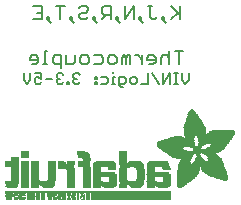
<source format=gbr>
G04 EAGLE Gerber RS-274X export*
G75*
%MOMM*%
%FSLAX34Y34*%
%LPD*%
%INSilkscreen Bottom*%
%IPPOS*%
%AMOC8*
5,1,8,0,0,1.08239X$1,22.5*%
G01*
%ADD10C,0.152400*%
%ADD11C,0.177800*%
%ADD12R,6.839700X0.016800*%
%ADD13R,0.268300X0.016800*%
%ADD14R,0.268200X0.016800*%
%ADD15R,0.251500X0.016800*%
%ADD16R,0.301800X0.016800*%
%ADD17R,0.251400X0.016800*%
%ADD18R,0.285000X0.016800*%
%ADD19R,0.301700X0.016800*%
%ADD20R,0.419100X0.016800*%
%ADD21R,0.318500X0.016800*%
%ADD22R,0.586700X0.016800*%
%ADD23R,0.586800X0.016800*%
%ADD24R,6.839700X0.016700*%
%ADD25R,0.268300X0.016700*%
%ADD26R,0.251400X0.016700*%
%ADD27R,0.251500X0.016700*%
%ADD28R,0.301800X0.016700*%
%ADD29R,0.285000X0.016700*%
%ADD30R,0.301700X0.016700*%
%ADD31R,0.419100X0.016700*%
%ADD32R,0.318500X0.016700*%
%ADD33R,0.586700X0.016700*%
%ADD34R,0.586800X0.016700*%
%ADD35R,0.318600X0.016800*%
%ADD36R,0.569900X0.016800*%
%ADD37R,0.335300X0.016800*%
%ADD38R,0.234700X0.016800*%
%ADD39R,0.234700X0.016700*%
%ADD40R,0.016700X0.016700*%
%ADD41R,0.318600X0.016700*%
%ADD42R,0.569900X0.016700*%
%ADD43R,0.335300X0.016700*%
%ADD44R,0.217900X0.016800*%
%ADD45R,0.033500X0.016800*%
%ADD46R,0.570000X0.016800*%
%ADD47R,0.201100X0.016700*%
%ADD48R,0.050300X0.016700*%
%ADD49R,0.670500X0.016700*%
%ADD50R,1.005800X0.016700*%
%ADD51R,0.570000X0.016700*%
%ADD52R,0.201100X0.016800*%
%ADD53R,0.067000X0.016800*%
%ADD54R,0.670500X0.016800*%
%ADD55R,1.005800X0.016800*%
%ADD56R,0.184400X0.016800*%
%ADD57R,0.989000X0.016800*%
%ADD58R,0.184400X0.016700*%
%ADD59R,0.067000X0.016700*%
%ADD60R,0.989000X0.016700*%
%ADD61R,0.167600X0.016800*%
%ADD62R,0.083800X0.016800*%
%ADD63R,0.637000X0.016800*%
%ADD64R,0.955500X0.016800*%
%ADD65R,0.150800X0.016800*%
%ADD66R,0.100600X0.016800*%
%ADD67R,0.536400X0.016800*%
%ADD68R,0.854900X0.016800*%
%ADD69R,0.150800X0.016700*%
%ADD70R,0.100600X0.016700*%
%ADD71R,0.352000X0.016700*%
%ADD72R,0.435900X0.016700*%
%ADD73R,0.402400X0.016700*%
%ADD74R,0.368800X0.016700*%
%ADD75R,0.134100X0.016800*%
%ADD76R,0.117300X0.016800*%
%ADD77R,0.435900X0.016800*%
%ADD78R,0.368900X0.016800*%
%ADD79R,0.603500X0.016800*%
%ADD80R,0.134100X0.016700*%
%ADD81R,0.117300X0.016700*%
%ADD82R,0.452600X0.016700*%
%ADD83R,0.620300X0.016700*%
%ADD84R,0.284900X0.016800*%
%ADD85R,0.486200X0.016800*%
%ADD86R,0.653800X0.016800*%
%ADD87R,0.804700X0.016800*%
%ADD88R,0.150900X0.016700*%
%ADD89R,0.268200X0.016700*%
%ADD90R,0.737600X0.016700*%
%ADD91R,0.603500X0.016700*%
%ADD92R,0.922000X0.016700*%
%ADD93R,0.150900X0.016800*%
%ADD94R,0.821400X0.016800*%
%ADD95R,0.972300X0.016800*%
%ADD96R,0.989100X0.016800*%
%ADD97R,0.083800X0.016700*%
%ADD98R,0.167600X0.016700*%
%ADD99R,0.821400X0.016700*%
%ADD100R,0.989100X0.016700*%
%ADD101R,0.201200X0.016700*%
%ADD102R,0.050300X0.016800*%
%ADD103R,0.201200X0.016800*%
%ADD104R,0.217900X0.016700*%
%ADD105R,0.284900X0.016700*%
%ADD106R,0.352100X0.016800*%
%ADD107R,0.620300X0.016800*%
%ADD108R,0.385600X0.016800*%
%ADD109R,0.335200X0.016800*%
%ADD110R,0.385600X0.016700*%
%ADD111R,0.687400X0.016700*%
%ADD112R,13.998000X0.016800*%
%ADD113R,13.998000X0.016700*%
%ADD114R,0.637000X0.016700*%
%ADD115R,0.486100X0.016700*%
%ADD116R,0.637100X0.016700*%
%ADD117R,0.519700X0.016700*%
%ADD118R,0.536500X0.016700*%
%ADD119R,0.787900X0.016800*%
%ADD120R,0.687400X0.016800*%
%ADD121R,0.771200X0.016800*%
%ADD122R,0.637100X0.016800*%
%ADD123R,0.720800X0.016800*%
%ADD124R,0.704100X0.016800*%
%ADD125R,0.754400X0.016800*%
%ADD126R,0.838200X0.016700*%
%ADD127R,0.871800X0.016700*%
%ADD128R,0.871700X0.016700*%
%ADD129R,0.402400X0.016800*%
%ADD130R,0.922100X0.016800*%
%ADD131R,0.938800X0.016800*%
%ADD132R,0.938800X0.016700*%
%ADD133R,1.022600X0.016700*%
%ADD134R,0.972400X0.016700*%
%ADD135R,0.972300X0.016700*%
%ADD136R,0.469400X0.016800*%
%ADD137R,1.072900X0.016800*%
%ADD138R,1.022600X0.016800*%
%ADD139R,1.005900X0.016800*%
%ADD140R,0.502900X0.016800*%
%ADD141R,1.123200X0.016800*%
%ADD142R,1.056200X0.016800*%
%ADD143R,1.123100X0.016800*%
%ADD144R,1.139900X0.016700*%
%ADD145R,1.089600X0.016700*%
%ADD146R,0.553200X0.016800*%
%ADD147R,1.190200X0.016800*%
%ADD148R,1.190300X0.016800*%
%ADD149R,1.039400X0.016800*%
%ADD150R,1.223700X0.016800*%
%ADD151R,1.173500X0.016800*%
%ADD152R,1.223800X0.016800*%
%ADD153R,1.240500X0.016700*%
%ADD154R,1.173500X0.016700*%
%ADD155R,1.240600X0.016700*%
%ADD156R,1.190300X0.016700*%
%ADD157R,1.056200X0.016700*%
%ADD158R,1.274100X0.016800*%
%ADD159R,1.274000X0.016800*%
%ADD160R,1.307600X0.016800*%
%ADD161R,1.257300X0.016800*%
%ADD162R,1.324400X0.016800*%
%ADD163R,0.687300X0.016700*%
%ADD164R,1.324400X0.016700*%
%ADD165R,1.307500X0.016700*%
%ADD166R,1.274100X0.016700*%
%ADD167R,1.072900X0.016700*%
%ADD168R,2.011600X0.016800*%
%ADD169R,1.324300X0.016800*%
%ADD170R,1.978100X0.016800*%
%ADD171R,2.011600X0.016700*%
%ADD172R,1.357900X0.016700*%
%ADD173R,1.994900X0.016700*%
%ADD174R,1.341200X0.016700*%
%ADD175R,1.089700X0.016700*%
%ADD176R,0.754300X0.016800*%
%ADD177R,1.994900X0.016800*%
%ADD178R,1.995000X0.016800*%
%ADD179R,1.089700X0.016800*%
%ADD180R,0.787900X0.016700*%
%ADD181R,1.995000X0.016700*%
%ADD182R,2.028400X0.016800*%
%ADD183R,2.011700X0.016800*%
%ADD184R,1.106500X0.016800*%
%ADD185R,2.028400X0.016700*%
%ADD186R,2.011700X0.016700*%
%ADD187R,1.106500X0.016700*%
%ADD188R,0.888400X0.016800*%
%ADD189R,0.922000X0.016800*%
%ADD190R,0.938700X0.016700*%
%ADD191R,2.045200X0.016800*%
%ADD192R,0.938700X0.016800*%
%ADD193R,0.670600X0.016700*%
%ADD194R,0.888500X0.016700*%
%ADD195R,2.045200X0.016700*%
%ADD196R,0.888400X0.016700*%
%ADD197R,0.804600X0.016800*%
%ADD198R,2.028500X0.016800*%
%ADD199R,1.056100X0.016700*%
%ADD200R,0.771100X0.016700*%
%ADD201R,0.754300X0.016700*%
%ADD202R,2.028500X0.016700*%
%ADD203R,0.737700X0.016700*%
%ADD204R,1.072800X0.016800*%
%ADD205R,0.871700X0.016800*%
%ADD206R,0.737600X0.016800*%
%ADD207R,0.871800X0.016800*%
%ADD208R,1.089600X0.016800*%
%ADD209R,0.704000X0.016800*%
%ADD210R,0.687300X0.016800*%
%ADD211R,0.670600X0.016800*%
%ADD212R,1.123100X0.016700*%
%ADD213R,0.720800X0.016700*%
%ADD214R,0.653700X0.016700*%
%ADD215R,0.653800X0.016700*%
%ADD216R,1.139900X0.016800*%
%ADD217R,1.173400X0.016800*%
%ADD218R,1.190200X0.016700*%
%ADD219R,1.207000X0.016800*%
%ADD220R,1.240500X0.016800*%
%ADD221R,0.469400X0.016700*%
%ADD222R,1.274000X0.016700*%
%ADD223R,0.519600X0.016800*%
%ADD224R,1.341100X0.016800*%
%ADD225R,0.771200X0.016700*%
%ADD226R,1.374600X0.016700*%
%ADD227R,0.838200X0.016800*%
%ADD228R,1.391400X0.016800*%
%ADD229R,1.424900X0.016800*%
%ADD230R,1.441700X0.016700*%
%ADD231R,1.475200X0.016800*%
%ADD232R,1.491900X0.016700*%
%ADD233R,1.525500X0.016800*%
%ADD234R,1.559000X0.016700*%
%ADD235R,1.575800X0.016800*%
%ADD236R,1.307600X0.016700*%
%ADD237R,1.592500X0.016700*%
%ADD238R,1.374700X0.016800*%
%ADD239R,1.609300X0.016800*%
%ADD240R,1.408200X0.016800*%
%ADD241R,1.626100X0.016800*%
%ADD242R,1.626100X0.016700*%
%ADD243R,1.508800X0.016800*%
%ADD244R,1.659600X0.016800*%
%ADD245R,1.559000X0.016800*%
%ADD246R,1.676400X0.016800*%
%ADD247R,1.575800X0.016700*%
%ADD248R,1.676400X0.016700*%
%ADD249R,1.978100X0.016700*%
%ADD250R,1.693100X0.016800*%
%ADD251R,1.642800X0.016800*%
%ADD252R,1.709900X0.016800*%
%ADD253R,1.961300X0.016800*%
%ADD254R,1.726600X0.016700*%
%ADD255R,1.961300X0.016700*%
%ADD256R,1.693200X0.016800*%
%ADD257R,1.726600X0.016800*%
%ADD258R,1.944600X0.016800*%
%ADD259R,1.726700X0.016700*%
%ADD260R,1.743400X0.016700*%
%ADD261R,1.944600X0.016700*%
%ADD262R,1.726700X0.016800*%
%ADD263R,1.760200X0.016800*%
%ADD264R,1.927800X0.016800*%
%ADD265R,1.911000X0.016800*%
%ADD266R,1.793700X0.016700*%
%ADD267R,1.776900X0.016700*%
%ADD268R,1.911100X0.016700*%
%ADD269R,1.894300X0.016700*%
%ADD270R,1.793800X0.016800*%
%ADD271R,1.776900X0.016800*%
%ADD272R,1.911100X0.016800*%
%ADD273R,1.894300X0.016800*%
%ADD274R,1.827300X0.016800*%
%ADD275R,1.810500X0.016800*%
%ADD276R,1.877500X0.016800*%
%ADD277R,1.844100X0.016700*%
%ADD278R,1.810500X0.016700*%
%ADD279R,1.860800X0.016700*%
%ADD280R,1.844000X0.016700*%
%ADD281R,1.860900X0.016800*%
%ADD282R,1.844000X0.016800*%
%ADD283R,1.827200X0.016800*%
%ADD284R,1.860800X0.016800*%
%ADD285R,1.793700X0.016800*%
%ADD286R,1.877600X0.016700*%
%ADD287R,1.827200X0.016700*%
%ADD288R,1.927800X0.016700*%
%ADD289R,1.927900X0.016800*%
%ADD290R,1.944700X0.016700*%
%ADD291R,1.877500X0.016700*%
%ADD292R,1.961400X0.016800*%
%ADD293R,1.961400X0.016700*%
%ADD294R,1.978200X0.016800*%
%ADD295R,1.911000X0.016700*%
%ADD296R,0.620200X0.016800*%
%ADD297R,1.425000X0.016800*%
%ADD298R,0.620200X0.016700*%
%ADD299R,1.425000X0.016700*%
%ADD300R,0.653700X0.016800*%
%ADD301R,0.704100X0.016700*%
%ADD302R,0.804700X0.016700*%
%ADD303R,0.905200X0.016800*%
%ADD304R,1.894400X0.016800*%
%ADD305R,1.927900X0.016700*%
%ADD306R,1.877600X0.016800*%
%ADD307R,3.889300X0.016800*%
%ADD308R,3.872500X0.016700*%
%ADD309R,3.872500X0.016800*%
%ADD310R,3.855700X0.016700*%
%ADD311R,0.754400X0.016700*%
%ADD312R,3.855700X0.016800*%
%ADD313R,3.839000X0.016800*%
%ADD314R,0.720900X0.016800*%
%ADD315R,3.822200X0.016700*%
%ADD316R,2.715700X0.016800*%
%ADD317R,2.632000X0.016800*%
%ADD318R,1.290800X0.016800*%
%ADD319R,2.615200X0.016700*%
%ADD320R,1.257300X0.016700*%
%ADD321R,2.581700X0.016800*%
%ADD322R,1.240600X0.016800*%
%ADD323R,2.564900X0.016800*%
%ADD324R,1.760300X0.016800*%
%ADD325R,2.531400X0.016700*%
%ADD326R,1.156700X0.016700*%
%ADD327R,2.514600X0.016800*%
%ADD328R,0.955600X0.016800*%
%ADD329R,2.497800X0.016800*%
%ADD330R,1.659700X0.016800*%
%ADD331R,2.464300X0.016700*%
%ADD332R,1.039300X0.016700*%
%ADD333R,2.447500X0.016800*%
%ADD334R,1.592500X0.016800*%
%ADD335R,0.536500X0.016800*%
%ADD336R,2.430800X0.016700*%
%ADD337R,1.559100X0.016700*%
%ADD338R,1.542300X0.016700*%
%ADD339R,0.502900X0.016700*%
%ADD340R,2.414000X0.016800*%
%ADD341R,0.905300X0.016800*%
%ADD342R,1.508700X0.016800*%
%ADD343R,0.888500X0.016800*%
%ADD344R,2.397300X0.016800*%
%ADD345R,1.441700X0.016800*%
%ADD346R,0.452700X0.016800*%
%ADD347R,1.290900X0.016700*%
%ADD348R,1.156700X0.016800*%
%ADD349R,0.855000X0.016800*%
%ADD350R,1.123200X0.016700*%
%ADD351R,0.720900X0.016700*%
%ADD352R,1.106400X0.016800*%
%ADD353R,1.106400X0.016700*%
%ADD354R,0.771100X0.016800*%
%ADD355R,0.435800X0.016700*%
%ADD356R,1.592600X0.016700*%
%ADD357R,0.435800X0.016800*%
%ADD358R,1.642900X0.016800*%
%ADD359R,0.402300X0.016800*%
%ADD360R,1.793800X0.016700*%
%ADD361R,0.368800X0.016800*%
%ADD362R,1.056100X0.016800*%
%ADD363R,1.039400X0.016700*%
%ADD364R,2.078800X0.016800*%
%ADD365R,0.335200X0.016700*%
%ADD366R,2.145800X0.016700*%
%ADD367R,2.162600X0.016800*%
%ADD368R,0.352000X0.016800*%
%ADD369R,2.212800X0.016800*%
%ADD370R,2.279900X0.016700*%
%ADD371R,2.330200X0.016800*%
%ADD372R,2.799500X0.016800*%
%ADD373R,2.816300X0.016700*%
%ADD374R,0.955500X0.016700*%
%ADD375R,2.849900X0.016800*%
%ADD376R,2.916900X0.016800*%
%ADD377R,4.224500X0.016700*%
%ADD378R,4.291600X0.016800*%
%ADD379R,4.409000X0.016800*%
%ADD380R,4.509500X0.016700*%
%ADD381R,4.526300X0.016800*%
%ADD382R,4.626800X0.016700*%
%ADD383R,4.693900X0.016800*%
%ADD384R,4.727400X0.016800*%
%ADD385R,2.548200X0.016700*%
%ADD386R,2.179300X0.016700*%
%ADD387R,2.430800X0.016800*%
%ADD388R,2.414000X0.016700*%
%ADD389R,2.414100X0.016800*%
%ADD390R,2.430700X0.016700*%
%ADD391R,2.447600X0.016700*%
%ADD392R,1.559100X0.016800*%
%ADD393R,1.525500X0.016700*%
%ADD394R,1.492000X0.016800*%
%ADD395R,1.491900X0.016800*%
%ADD396R,1.458500X0.016700*%
%ADD397R,2.061900X0.016800*%
%ADD398R,1.408100X0.016700*%
%ADD399R,0.905200X0.016700*%
%ADD400R,2.112300X0.016700*%
%ADD401R,2.179300X0.016800*%
%ADD402R,1.408200X0.016700*%
%ADD403R,2.212900X0.016700*%
%ADD404R,1.140000X0.016800*%
%ADD405R,3.319300X0.016800*%
%ADD406R,1.374700X0.016700*%
%ADD407R,0.402300X0.016700*%
%ADD408R,3.302500X0.016700*%
%ADD409R,3.285700X0.016800*%
%ADD410R,1.357900X0.016800*%
%ADD411R,3.269000X0.016800*%
%ADD412R,3.285800X0.016700*%
%ADD413R,3.268900X0.016800*%
%ADD414R,0.452700X0.016700*%
%ADD415R,3.268900X0.016700*%
%ADD416R,1.391400X0.016700*%
%ADD417R,3.269000X0.016700*%
%ADD418R,1.374600X0.016800*%
%ADD419R,0.519700X0.016800*%
%ADD420R,3.252200X0.016800*%
%ADD421R,3.235400X0.016800*%
%ADD422R,3.235400X0.016700*%
%ADD423R,3.218600X0.016800*%
%ADD424R,3.201900X0.016800*%
%ADD425R,3.201900X0.016700*%
%ADD426R,1.458500X0.016800*%
%ADD427R,1.525600X0.016800*%
%ADD428R,3.185100X0.016800*%
%ADD429R,2.531300X0.016700*%
%ADD430R,3.168400X0.016700*%
%ADD431R,2.531300X0.016800*%
%ADD432R,3.151600X0.016800*%
%ADD433R,2.548100X0.016800*%
%ADD434R,3.134900X0.016800*%
%ADD435R,2.564900X0.016700*%
%ADD436R,3.118100X0.016700*%
%ADD437R,2.581600X0.016800*%
%ADD438R,3.101400X0.016800*%
%ADD439R,2.598400X0.016700*%
%ADD440R,3.067900X0.016700*%
%ADD441R,2.598400X0.016800*%
%ADD442R,3.034300X0.016800*%
%ADD443R,2.615100X0.016800*%
%ADD444R,3.000800X0.016800*%
%ADD445R,2.631900X0.016700*%
%ADD446R,2.950500X0.016700*%
%ADD447R,2.648700X0.016800*%
%ADD448R,2.900200X0.016800*%
%ADD449R,2.665500X0.016800*%
%ADD450R,2.682200X0.016700*%
%ADD451R,2.799600X0.016700*%
%ADD452R,2.699000X0.016800*%
%ADD453R,2.732500X0.016800*%
%ADD454R,2.749300X0.016700*%
%ADD455R,2.632000X0.016700*%
%ADD456R,2.749300X0.016800*%
%ADD457R,2.766100X0.016700*%
%ADD458R,2.766100X0.016800*%
%ADD459R,2.481100X0.016800*%
%ADD460R,2.782900X0.016800*%
%ADD461R,2.380500X0.016700*%
%ADD462R,2.833100X0.016800*%
%ADD463R,1.592600X0.016800*%
%ADD464R,2.849900X0.016700*%
%ADD465R,2.883400X0.016800*%
%ADD466R,2.917000X0.016700*%
%ADD467R,2.933700X0.016800*%
%ADD468R,2.967200X0.016800*%
%ADD469R,2.967200X0.016700*%
%ADD470R,3.017500X0.016700*%
%ADD471R,3.051000X0.016800*%
%ADD472R,0.788000X0.016800*%
%ADD473R,3.084600X0.016800*%
%ADD474R,2.397300X0.016700*%
%ADD475R,2.397200X0.016800*%
%ADD476R,1.760200X0.016700*%
%ADD477R,2.397200X0.016700*%
%ADD478R,1.827300X0.016700*%
%ADD479R,2.380500X0.016800*%
%ADD480R,2.363700X0.016800*%
%ADD481R,2.363700X0.016700*%
%ADD482R,2.346900X0.016800*%
%ADD483R,2.296600X0.016700*%
%ADD484R,2.279900X0.016800*%
%ADD485R,2.246300X0.016800*%
%ADD486R,2.229600X0.016700*%
%ADD487R,2.129100X0.016800*%
%ADD488R,2.112300X0.016800*%
%ADD489R,1.609300X0.016700*%
%ADD490R,1.743400X0.016800*%
%ADD491R,1.693100X0.016700*%
%ADD492R,1.659700X0.016700*%
%ADD493R,1.575900X0.016800*%
%ADD494R,1.575900X0.016700*%
%ADD495R,1.475200X0.016700*%
%ADD496R,1.324300X0.016700*%
%ADD497R,1.290800X0.016700*%
%ADD498R,1.207000X0.016700*%
%ADD499R,0.854900X0.016700*%
%ADD500R,0.821500X0.016700*%
%ADD501R,0.821500X0.016800*%
%ADD502R,0.218000X0.016800*%


D10*
X190341Y147835D02*
X190341Y142073D01*
X187460Y139192D01*
X184579Y142073D01*
X184579Y147835D01*
X180986Y139192D02*
X178105Y139192D01*
X179545Y139192D02*
X179545Y147835D01*
X178105Y147835D02*
X180986Y147835D01*
X174749Y147835D02*
X174749Y139192D01*
X168987Y139192D02*
X174749Y147835D01*
X168987Y147835D02*
X168987Y139192D01*
X165394Y139192D02*
X159632Y147835D01*
X156039Y147835D02*
X156039Y139192D01*
X150277Y139192D01*
X145243Y139192D02*
X142362Y139192D01*
X140921Y140633D01*
X140921Y143514D01*
X142362Y144954D01*
X145243Y144954D01*
X146684Y143514D01*
X146684Y140633D01*
X145243Y139192D01*
X134447Y136311D02*
X133007Y136311D01*
X131566Y137751D01*
X131566Y144954D01*
X135888Y144954D01*
X137328Y143514D01*
X137328Y140633D01*
X135888Y139192D01*
X131566Y139192D01*
X127973Y144954D02*
X126533Y144954D01*
X126533Y139192D01*
X127973Y139192D02*
X125092Y139192D01*
X126533Y147835D02*
X126533Y149276D01*
X120296Y144954D02*
X115974Y144954D01*
X120296Y144954D02*
X121736Y143514D01*
X121736Y140633D01*
X120296Y139192D01*
X115974Y139192D01*
X112381Y144954D02*
X110941Y144954D01*
X110941Y143514D01*
X112381Y143514D01*
X112381Y144954D01*
X112381Y140633D02*
X110941Y140633D01*
X110941Y139192D01*
X112381Y139192D01*
X112381Y140633D01*
X98349Y146395D02*
X96908Y147835D01*
X94027Y147835D01*
X92586Y146395D01*
X92586Y144954D01*
X94027Y143514D01*
X95467Y143514D01*
X94027Y143514D02*
X92586Y142073D01*
X92586Y140633D01*
X94027Y139192D01*
X96908Y139192D01*
X98349Y140633D01*
X88993Y140633D02*
X88993Y139192D01*
X88993Y140633D02*
X87553Y140633D01*
X87553Y139192D01*
X88993Y139192D01*
X84316Y146395D02*
X82875Y147835D01*
X79994Y147835D01*
X78553Y146395D01*
X78553Y144954D01*
X79994Y143514D01*
X81435Y143514D01*
X79994Y143514D02*
X78553Y142073D01*
X78553Y140633D01*
X79994Y139192D01*
X82875Y139192D01*
X84316Y140633D01*
X74961Y143514D02*
X69198Y143514D01*
X65605Y147835D02*
X59843Y147835D01*
X65605Y147835D02*
X65605Y143514D01*
X62724Y144954D01*
X61284Y144954D01*
X59843Y143514D01*
X59843Y140633D01*
X61284Y139192D01*
X64165Y139192D01*
X65605Y140633D01*
X56250Y142073D02*
X56250Y147835D01*
X56250Y142073D02*
X53369Y139192D01*
X50488Y142073D01*
X50488Y147835D01*
D11*
X182808Y193929D02*
X182808Y204860D01*
X182808Y197573D02*
X175520Y204860D01*
X180986Y199395D02*
X175520Y193929D01*
X171114Y190285D02*
X167470Y193929D01*
X167470Y195751D01*
X169292Y195751D01*
X169292Y193929D01*
X167470Y193929D01*
X163318Y195751D02*
X161496Y193929D01*
X159674Y193929D01*
X157852Y195751D01*
X157852Y204860D01*
X156031Y204860D02*
X159674Y204860D01*
X147980Y193929D02*
X151624Y190285D01*
X147980Y193929D02*
X147980Y195751D01*
X149802Y195751D01*
X149802Y193929D01*
X147980Y193929D01*
X143828Y193929D02*
X143828Y204860D01*
X136541Y193929D01*
X136541Y204860D01*
X128490Y193929D02*
X132134Y190285D01*
X128490Y193929D02*
X128490Y195751D01*
X130312Y195751D01*
X130312Y193929D01*
X128490Y193929D01*
X124338Y193929D02*
X124338Y204860D01*
X118873Y204860D01*
X117051Y203038D01*
X117051Y199395D01*
X118873Y197573D01*
X124338Y197573D01*
X120694Y197573D02*
X117051Y193929D01*
X112644Y190285D02*
X109000Y193929D01*
X109000Y195751D01*
X110822Y195751D01*
X110822Y193929D01*
X109000Y193929D01*
X99383Y204860D02*
X97561Y203038D01*
X99383Y204860D02*
X103026Y204860D01*
X104848Y203038D01*
X104848Y201217D01*
X103026Y199395D01*
X99383Y199395D01*
X97561Y197573D01*
X97561Y195751D01*
X99383Y193929D01*
X103026Y193929D01*
X104848Y195751D01*
X93154Y190285D02*
X89511Y193929D01*
X89511Y195751D01*
X91332Y195751D01*
X91332Y193929D01*
X89511Y193929D01*
X81715Y193929D02*
X81715Y204860D01*
X85358Y204860D02*
X78071Y204860D01*
X70021Y193929D02*
X73664Y190285D01*
X70021Y193929D02*
X70021Y195751D01*
X71842Y195751D01*
X71842Y193929D01*
X70021Y193929D01*
X65868Y204860D02*
X58581Y204860D01*
X65868Y204860D02*
X65868Y193929D01*
X58581Y193929D01*
X62225Y199395D02*
X65868Y199395D01*
X182088Y166760D02*
X182088Y155829D01*
X185731Y166760D02*
X178444Y166760D01*
X174038Y166760D02*
X174038Y155829D01*
X174038Y161295D02*
X172216Y163117D01*
X168572Y163117D01*
X166750Y161295D01*
X166750Y155829D01*
X160522Y155829D02*
X156878Y155829D01*
X160522Y155829D02*
X162344Y157651D01*
X162344Y161295D01*
X160522Y163117D01*
X156878Y163117D01*
X155056Y161295D01*
X155056Y159473D01*
X162344Y159473D01*
X150650Y155829D02*
X150650Y163117D01*
X150650Y159473D02*
X147006Y163117D01*
X145184Y163117D01*
X140905Y163117D02*
X140905Y155829D01*
X140905Y163117D02*
X139083Y163117D01*
X137261Y161295D01*
X137261Y155829D01*
X137261Y161295D02*
X135439Y163117D01*
X133617Y161295D01*
X133617Y155829D01*
X127389Y155829D02*
X123745Y155829D01*
X121923Y157651D01*
X121923Y161295D01*
X123745Y163117D01*
X127389Y163117D01*
X129211Y161295D01*
X129211Y157651D01*
X127389Y155829D01*
X115695Y163117D02*
X110229Y163117D01*
X115695Y163117D02*
X117517Y161295D01*
X117517Y157651D01*
X115695Y155829D01*
X110229Y155829D01*
X104001Y155829D02*
X100357Y155829D01*
X98535Y157651D01*
X98535Y161295D01*
X100357Y163117D01*
X104001Y163117D01*
X105823Y161295D01*
X105823Y157651D01*
X104001Y155829D01*
X94129Y157651D02*
X94129Y163117D01*
X94129Y157651D02*
X92307Y155829D01*
X86841Y155829D01*
X86841Y163117D01*
X82435Y163117D02*
X82435Y152185D01*
X82435Y163117D02*
X76969Y163117D01*
X75147Y161295D01*
X75147Y157651D01*
X76969Y155829D01*
X82435Y155829D01*
X70741Y166760D02*
X68919Y166760D01*
X68919Y155829D01*
X70741Y155829D02*
X67097Y155829D01*
X61123Y155829D02*
X57479Y155829D01*
X61123Y155829D02*
X62945Y157651D01*
X62945Y161295D01*
X61123Y163117D01*
X57479Y163117D01*
X55657Y161295D01*
X55657Y159473D01*
X62945Y159473D01*
D12*
X141202Y40640D03*
D13*
X104656Y40640D03*
D14*
X101135Y40640D03*
D15*
X96693Y40640D03*
D13*
X93089Y40640D03*
D16*
X89065Y40640D03*
D17*
X84958Y40640D03*
D18*
X81102Y40640D03*
D19*
X77163Y40640D03*
D20*
X72553Y40640D03*
X67356Y40640D03*
D21*
X62662Y40640D03*
D18*
X58638Y40640D03*
X54783Y40640D03*
D22*
X49251Y40640D03*
D19*
X43803Y40640D03*
D23*
X38354Y40640D03*
D24*
X141202Y40808D03*
D25*
X104656Y40808D03*
D26*
X101219Y40808D03*
D27*
X96693Y40808D03*
D28*
X92921Y40808D03*
D29*
X88981Y40808D03*
D30*
X85042Y40808D03*
D29*
X81102Y40808D03*
D30*
X77163Y40808D03*
D31*
X72553Y40808D03*
X67356Y40808D03*
D32*
X62662Y40808D03*
D29*
X58638Y40808D03*
X54783Y40808D03*
D33*
X49251Y40808D03*
D32*
X43887Y40808D03*
D34*
X38354Y40808D03*
D12*
X141202Y40975D03*
D13*
X104656Y40975D03*
D17*
X101219Y40975D03*
D15*
X96693Y40975D03*
D35*
X92837Y40975D03*
D13*
X88898Y40975D03*
D21*
X84958Y40975D03*
D18*
X81102Y40975D03*
D21*
X77247Y40975D03*
D20*
X72553Y40975D03*
X67356Y40975D03*
D21*
X62662Y40975D03*
D18*
X58638Y40975D03*
X54783Y40975D03*
D36*
X49335Y40975D03*
D37*
X43803Y40975D03*
D23*
X38354Y40975D03*
D12*
X141202Y41143D03*
D13*
X104656Y41143D03*
D38*
X101303Y41143D03*
D15*
X96693Y41143D03*
D35*
X92837Y41143D03*
D13*
X88898Y41143D03*
D21*
X84958Y41143D03*
D17*
X81102Y41143D03*
D21*
X77247Y41143D03*
D20*
X72553Y41143D03*
X67356Y41143D03*
D21*
X62662Y41143D03*
D18*
X58638Y41143D03*
X54783Y41143D03*
D36*
X49335Y41143D03*
D37*
X43803Y41143D03*
D23*
X38354Y41143D03*
D24*
X141202Y41311D03*
D25*
X104656Y41311D03*
D39*
X101303Y41311D03*
D40*
X99040Y41311D03*
D27*
X96693Y41311D03*
D41*
X92837Y41311D03*
D25*
X88898Y41311D03*
D32*
X84958Y41311D03*
D26*
X81102Y41311D03*
D32*
X77247Y41311D03*
D31*
X72553Y41311D03*
X67356Y41311D03*
D32*
X62662Y41311D03*
D29*
X58638Y41311D03*
X54783Y41311D03*
D42*
X49335Y41311D03*
D43*
X43803Y41311D03*
D34*
X38354Y41311D03*
D12*
X141202Y41478D03*
D13*
X104656Y41478D03*
D44*
X101387Y41478D03*
D45*
X99124Y41478D03*
D15*
X96693Y41478D03*
D35*
X92837Y41478D03*
D13*
X88898Y41478D03*
D21*
X84958Y41478D03*
D17*
X81102Y41478D03*
D21*
X77247Y41478D03*
D20*
X72553Y41478D03*
X67356Y41478D03*
D19*
X62746Y41478D03*
D18*
X58638Y41478D03*
X54783Y41478D03*
D36*
X49335Y41478D03*
D37*
X43803Y41478D03*
D46*
X38270Y41478D03*
D12*
X141202Y41646D03*
D13*
X104656Y41646D03*
D44*
X101387Y41646D03*
D45*
X99124Y41646D03*
D15*
X96693Y41646D03*
D35*
X92837Y41646D03*
D13*
X88898Y41646D03*
D21*
X84958Y41646D03*
D17*
X81102Y41646D03*
D21*
X77247Y41646D03*
D20*
X72553Y41646D03*
X67356Y41646D03*
D19*
X62746Y41646D03*
D18*
X58638Y41646D03*
X54783Y41646D03*
D36*
X49335Y41646D03*
D37*
X43803Y41646D03*
D46*
X38270Y41646D03*
D24*
X141202Y41814D03*
D25*
X104656Y41814D03*
D47*
X101471Y41814D03*
D48*
X99208Y41814D03*
D27*
X96693Y41814D03*
D41*
X92837Y41814D03*
D25*
X88898Y41814D03*
D32*
X84958Y41814D03*
D49*
X79007Y41814D03*
D31*
X72553Y41814D03*
X67356Y41814D03*
D30*
X62746Y41814D03*
D28*
X58722Y41814D03*
D29*
X54783Y41814D03*
D50*
X47155Y41814D03*
D51*
X38270Y41814D03*
D12*
X141202Y41981D03*
D13*
X104656Y41981D03*
D52*
X101471Y41981D03*
D53*
X99291Y41981D03*
D15*
X96693Y41981D03*
D35*
X92837Y41981D03*
D15*
X88814Y41981D03*
D21*
X84958Y41981D03*
D54*
X79007Y41981D03*
D20*
X72553Y41981D03*
X67356Y41981D03*
D19*
X62746Y41981D03*
D16*
X58722Y41981D03*
D18*
X54783Y41981D03*
D55*
X47155Y41981D03*
D23*
X38354Y41981D03*
D12*
X141202Y42149D03*
D13*
X104656Y42149D03*
D56*
X101554Y42149D03*
D53*
X99291Y42149D03*
D15*
X96693Y42149D03*
D37*
X92754Y42149D03*
D15*
X88814Y42149D03*
D21*
X84958Y42149D03*
D54*
X79007Y42149D03*
D20*
X72553Y42149D03*
X67356Y42149D03*
D19*
X62746Y42149D03*
D16*
X58722Y42149D03*
D18*
X54783Y42149D03*
D57*
X47239Y42149D03*
D23*
X38354Y42149D03*
D24*
X141202Y42317D03*
D25*
X104656Y42317D03*
D58*
X101554Y42317D03*
D59*
X99291Y42317D03*
D27*
X96693Y42317D03*
D43*
X92754Y42317D03*
D27*
X88814Y42317D03*
D32*
X84958Y42317D03*
D49*
X79007Y42317D03*
D31*
X72553Y42317D03*
X67356Y42317D03*
D29*
X62829Y42317D03*
D41*
X58806Y42317D03*
D29*
X54783Y42317D03*
D60*
X47239Y42317D03*
D34*
X38354Y42317D03*
D12*
X141202Y42484D03*
D13*
X104656Y42484D03*
D61*
X101638Y42484D03*
D62*
X99375Y42484D03*
D15*
X96693Y42484D03*
D37*
X92754Y42484D03*
D15*
X88814Y42484D03*
D21*
X84958Y42484D03*
D63*
X79174Y42484D03*
D20*
X72553Y42484D03*
X67356Y42484D03*
D35*
X58806Y42484D03*
D18*
X54783Y42484D03*
D64*
X47407Y42484D03*
D23*
X38354Y42484D03*
D12*
X141202Y42652D03*
D13*
X104656Y42652D03*
D65*
X101722Y42652D03*
D66*
X99459Y42652D03*
D15*
X96693Y42652D03*
D37*
X92754Y42652D03*
D15*
X88814Y42652D03*
D21*
X84958Y42652D03*
D67*
X79677Y42652D03*
D20*
X72553Y42652D03*
X67356Y42652D03*
D37*
X58890Y42652D03*
D18*
X54783Y42652D03*
D68*
X47910Y42652D03*
D23*
X38354Y42652D03*
D24*
X141202Y42820D03*
D25*
X104656Y42820D03*
D69*
X101722Y42820D03*
D70*
X99459Y42820D03*
D27*
X96693Y42820D03*
D43*
X92754Y42820D03*
D27*
X88814Y42820D03*
D32*
X84958Y42820D03*
D71*
X80599Y42820D03*
D72*
X72637Y42820D03*
D31*
X67356Y42820D03*
D73*
X59225Y42820D03*
D29*
X54783Y42820D03*
D74*
X47323Y42820D03*
D34*
X38354Y42820D03*
D12*
X141202Y42987D03*
D13*
X104656Y42987D03*
D75*
X101806Y42987D03*
D76*
X99543Y42987D03*
D15*
X96693Y42987D03*
D37*
X92754Y42987D03*
D15*
X88814Y42987D03*
D21*
X84958Y42987D03*
D19*
X80851Y42987D03*
D77*
X72637Y42987D03*
D20*
X67356Y42987D03*
D78*
X59058Y42987D03*
D18*
X54783Y42987D03*
D21*
X47575Y42987D03*
D79*
X38438Y42987D03*
D24*
X141202Y43155D03*
D25*
X104656Y43155D03*
D80*
X101806Y43155D03*
D81*
X99543Y43155D03*
D27*
X96693Y43155D03*
D43*
X92754Y43155D03*
D27*
X88814Y43155D03*
D32*
X84958Y43155D03*
D30*
X80851Y43155D03*
D82*
X72720Y43155D03*
D31*
X67356Y43155D03*
D43*
X58890Y43155D03*
D29*
X54783Y43155D03*
D32*
X47575Y43155D03*
D83*
X38522Y43155D03*
D12*
X141202Y43322D03*
D13*
X104656Y43322D03*
D76*
X101890Y43322D03*
X99543Y43322D03*
D15*
X96693Y43322D03*
D37*
X92754Y43322D03*
D15*
X88814Y43322D03*
D21*
X84958Y43322D03*
D84*
X80935Y43322D03*
D85*
X72888Y43322D03*
D20*
X67356Y43322D03*
D14*
X62913Y43322D03*
D35*
X58806Y43322D03*
D18*
X54783Y43322D03*
D16*
X47658Y43322D03*
D86*
X38689Y43322D03*
D12*
X141202Y43490D03*
D13*
X104656Y43490D03*
D76*
X101890Y43490D03*
D75*
X99627Y43490D03*
D15*
X96693Y43490D03*
D37*
X92754Y43490D03*
D15*
X88814Y43490D03*
D21*
X84958Y43490D03*
D14*
X81018Y43490D03*
D63*
X73642Y43490D03*
D20*
X67356Y43490D03*
D19*
X62746Y43490D03*
D16*
X58722Y43490D03*
D18*
X54783Y43490D03*
D16*
X47658Y43490D03*
D87*
X39444Y43490D03*
D24*
X141202Y43658D03*
D25*
X104656Y43658D03*
D70*
X101973Y43658D03*
D88*
X99711Y43658D03*
D27*
X96693Y43658D03*
D43*
X92754Y43658D03*
D27*
X88814Y43658D03*
D32*
X84958Y43658D03*
D89*
X81018Y43658D03*
D90*
X74145Y43658D03*
D31*
X67356Y43658D03*
D30*
X62746Y43658D03*
D28*
X58722Y43658D03*
D29*
X54783Y43658D03*
D91*
X49167Y43658D03*
D92*
X40030Y43658D03*
D12*
X141202Y43825D03*
D13*
X104656Y43825D03*
D66*
X101973Y43825D03*
D93*
X99711Y43825D03*
D15*
X96693Y43825D03*
D37*
X92754Y43825D03*
D15*
X88814Y43825D03*
D21*
X84958Y43825D03*
D14*
X81018Y43825D03*
D94*
X74564Y43825D03*
D20*
X67356Y43825D03*
D21*
X62662Y43825D03*
D18*
X58638Y43825D03*
X54783Y43825D03*
D22*
X49251Y43825D03*
D95*
X40282Y43825D03*
D12*
X141202Y43993D03*
D13*
X104656Y43993D03*
D62*
X102057Y43993D03*
D61*
X99794Y43993D03*
D15*
X96693Y43993D03*
D35*
X92837Y43993D03*
D15*
X88814Y43993D03*
D21*
X84958Y43993D03*
D14*
X81018Y43993D03*
D94*
X74564Y43993D03*
D20*
X67356Y43993D03*
D21*
X62662Y43993D03*
D18*
X58638Y43993D03*
X54783Y43993D03*
D22*
X49251Y43993D03*
D96*
X40366Y43993D03*
D24*
X141202Y44161D03*
D25*
X104656Y44161D03*
D97*
X102057Y44161D03*
D98*
X99794Y44161D03*
D27*
X96693Y44161D03*
D41*
X92837Y44161D03*
D27*
X88814Y44161D03*
D32*
X84958Y44161D03*
D89*
X81018Y44161D03*
D99*
X74564Y44161D03*
D31*
X67356Y44161D03*
D32*
X62662Y44161D03*
D29*
X58638Y44161D03*
X54783Y44161D03*
D33*
X49251Y44161D03*
D100*
X40366Y44161D03*
D12*
X141202Y44328D03*
D13*
X104656Y44328D03*
D53*
X102141Y44328D03*
D56*
X99878Y44328D03*
D15*
X96693Y44328D03*
D35*
X92837Y44328D03*
D13*
X88898Y44328D03*
D21*
X84958Y44328D03*
D14*
X81018Y44328D03*
D94*
X74564Y44328D03*
D20*
X67356Y44328D03*
D21*
X62662Y44328D03*
D18*
X58638Y44328D03*
X54783Y44328D03*
D22*
X49251Y44328D03*
D96*
X40366Y44328D03*
D12*
X141202Y44496D03*
D13*
X104656Y44496D03*
D53*
X102141Y44496D03*
D56*
X99878Y44496D03*
D15*
X96693Y44496D03*
D35*
X92837Y44496D03*
D13*
X88898Y44496D03*
D21*
X84958Y44496D03*
D14*
X81018Y44496D03*
D94*
X74564Y44496D03*
D20*
X67356Y44496D03*
D21*
X62662Y44496D03*
D18*
X58638Y44496D03*
X54783Y44496D03*
D22*
X49251Y44496D03*
D96*
X40366Y44496D03*
D24*
X141202Y44664D03*
D25*
X104656Y44664D03*
D48*
X102225Y44664D03*
D101*
X99962Y44664D03*
D27*
X96693Y44664D03*
D41*
X92837Y44664D03*
D25*
X88898Y44664D03*
D32*
X84958Y44664D03*
D89*
X81018Y44664D03*
D30*
X77163Y44664D03*
D72*
X72637Y44664D03*
D31*
X67356Y44664D03*
D32*
X62662Y44664D03*
D29*
X58638Y44664D03*
X54783Y44664D03*
D33*
X49251Y44664D03*
D30*
X43803Y44664D03*
D34*
X38354Y44664D03*
D12*
X141202Y44831D03*
D13*
X104656Y44831D03*
D102*
X102225Y44831D03*
D103*
X99962Y44831D03*
D15*
X96693Y44831D03*
D35*
X92837Y44831D03*
D13*
X88898Y44831D03*
D21*
X84958Y44831D03*
D14*
X81018Y44831D03*
D84*
X77247Y44831D03*
D77*
X72637Y44831D03*
D20*
X67356Y44831D03*
D21*
X62662Y44831D03*
D18*
X58638Y44831D03*
X54783Y44831D03*
D22*
X49251Y44831D03*
D19*
X43803Y44831D03*
D23*
X38354Y44831D03*
D24*
X141202Y44999D03*
D25*
X104656Y44999D03*
D48*
X102225Y44999D03*
D104*
X100046Y44999D03*
D27*
X96693Y44999D03*
D41*
X92837Y44999D03*
D25*
X88898Y44999D03*
D32*
X84958Y44999D03*
D89*
X81018Y44999D03*
D105*
X77247Y44999D03*
D72*
X72637Y44999D03*
D31*
X67356Y44999D03*
D32*
X62662Y44999D03*
D29*
X58638Y44999D03*
X54783Y44999D03*
D33*
X49251Y44999D03*
D30*
X43803Y44999D03*
D34*
X38354Y44999D03*
D12*
X141202Y45166D03*
D13*
X104656Y45166D03*
D38*
X100130Y45166D03*
D15*
X96693Y45166D03*
D35*
X92837Y45166D03*
D13*
X88898Y45166D03*
D21*
X84958Y45166D03*
D14*
X81018Y45166D03*
D84*
X77247Y45166D03*
D77*
X72637Y45166D03*
D20*
X67356Y45166D03*
D21*
X62662Y45166D03*
D18*
X58638Y45166D03*
X54783Y45166D03*
D22*
X49251Y45166D03*
D19*
X43803Y45166D03*
D23*
X38354Y45166D03*
D12*
X141202Y45334D03*
D13*
X104656Y45334D03*
D38*
X100130Y45334D03*
D15*
X96693Y45334D03*
D16*
X92921Y45334D03*
D18*
X88981Y45334D03*
D21*
X84958Y45334D03*
D14*
X81018Y45334D03*
D84*
X77247Y45334D03*
D77*
X72637Y45334D03*
D20*
X67356Y45334D03*
D19*
X62746Y45334D03*
D18*
X58638Y45334D03*
X54783Y45334D03*
D22*
X49251Y45334D03*
D19*
X43803Y45334D03*
D23*
X38354Y45334D03*
D24*
X141202Y45502D03*
D25*
X104656Y45502D03*
D39*
X100130Y45502D03*
D27*
X96693Y45502D03*
D29*
X93005Y45502D03*
X88981Y45502D03*
D32*
X84958Y45502D03*
D89*
X81018Y45502D03*
D105*
X77247Y45502D03*
D72*
X72637Y45502D03*
D31*
X67356Y45502D03*
D30*
X62746Y45502D03*
D29*
X58638Y45502D03*
X54783Y45502D03*
D91*
X49167Y45502D03*
D30*
X43803Y45502D03*
D34*
X38354Y45502D03*
D12*
X141202Y45669D03*
D13*
X104656Y45669D03*
D17*
X100213Y45669D03*
D15*
X96693Y45669D03*
D16*
X89065Y45669D03*
D21*
X84958Y45669D03*
D14*
X81018Y45669D03*
D103*
X73810Y45669D03*
X66266Y45669D03*
D16*
X58722Y45669D03*
D18*
X54783Y45669D03*
D15*
X47407Y45669D03*
D79*
X38438Y45669D03*
D12*
X141202Y45837D03*
D13*
X104656Y45837D03*
D14*
X100297Y45837D03*
D15*
X96693Y45837D03*
D16*
X89065Y45837D03*
D21*
X84958Y45837D03*
D84*
X80935Y45837D03*
D103*
X73810Y45837D03*
X66266Y45837D03*
D35*
X58806Y45837D03*
D18*
X54783Y45837D03*
D15*
X47407Y45837D03*
D79*
X38438Y45837D03*
D24*
X141202Y46005D03*
D25*
X104656Y46005D03*
D89*
X100297Y46005D03*
D27*
X96693Y46005D03*
D32*
X89149Y46005D03*
X84958Y46005D03*
D105*
X80935Y46005D03*
D104*
X73894Y46005D03*
D101*
X66266Y46005D03*
D41*
X58806Y46005D03*
D29*
X54783Y46005D03*
D27*
X47407Y46005D03*
D83*
X38522Y46005D03*
D12*
X141202Y46172D03*
D13*
X104656Y46172D03*
D18*
X100381Y46172D03*
D15*
X96693Y46172D03*
D106*
X89317Y46172D03*
D21*
X84958Y46172D03*
D19*
X80851Y46172D03*
D38*
X73978Y46172D03*
D103*
X66266Y46172D03*
D37*
X58890Y46172D03*
D18*
X54783Y46172D03*
D14*
X47323Y46172D03*
D107*
X38522Y46172D03*
D12*
X141202Y46340D03*
D13*
X104656Y46340D03*
D18*
X100381Y46340D03*
D15*
X96693Y46340D03*
D108*
X89484Y46340D03*
D21*
X84958Y46340D03*
D109*
X80683Y46340D03*
D15*
X74062Y46340D03*
D103*
X66266Y46340D03*
D106*
X58974Y46340D03*
D18*
X54783Y46340D03*
D16*
X47155Y46340D03*
D86*
X38689Y46340D03*
D24*
X141202Y46508D03*
D25*
X104656Y46508D03*
D30*
X100465Y46508D03*
D27*
X96693Y46508D03*
D72*
X89736Y46508D03*
D32*
X84958Y46508D03*
D74*
X80515Y46508D03*
D29*
X74229Y46508D03*
D101*
X66266Y46508D03*
D110*
X59141Y46508D03*
D29*
X54783Y46508D03*
D43*
X46988Y46508D03*
D111*
X38857Y46508D03*
D112*
X105410Y46675D03*
X105410Y46843D03*
D113*
X105410Y47011D03*
D112*
X105410Y47178D03*
D113*
X105410Y47346D03*
D112*
X105410Y47513D03*
D102*
X183195Y50531D03*
D103*
X41288Y50531D03*
D101*
X183111Y50699D03*
D34*
X168778Y50699D03*
D114*
X158133Y50699D03*
D115*
X145309Y50699D03*
D83*
X135083Y50699D03*
D34*
X123012Y50699D03*
D114*
X112535Y50699D03*
D116*
X103818Y50699D03*
X90742Y50699D03*
D117*
X70877Y50699D03*
D116*
X60399Y50699D03*
D114*
X51849Y50699D03*
D118*
X40953Y50699D03*
D14*
X183111Y50866D03*
D119*
X168778Y50866D03*
D63*
X158133Y50866D03*
D120*
X145476Y50866D03*
D107*
X135083Y50866D03*
D121*
X123096Y50866D03*
D63*
X112535Y50866D03*
D122*
X103818Y50866D03*
X90742Y50866D03*
D123*
X70876Y50866D03*
D122*
X60399Y50866D03*
D63*
X51849Y50866D03*
D124*
X40618Y50866D03*
D16*
X183111Y51034D03*
D94*
X168778Y51034D03*
D63*
X158133Y51034D03*
D125*
X145476Y51034D03*
D107*
X135083Y51034D03*
D94*
X123012Y51034D03*
D63*
X112535Y51034D03*
D122*
X103818Y51034D03*
X90742Y51034D03*
D121*
X70960Y51034D03*
D122*
X60399Y51034D03*
D63*
X51849Y51034D03*
D121*
X40617Y51034D03*
D71*
X183195Y51202D03*
D92*
X168778Y51202D03*
D114*
X158133Y51202D03*
D126*
X145560Y51202D03*
D83*
X135083Y51202D03*
D92*
X123012Y51202D03*
D114*
X112535Y51202D03*
D116*
X103818Y51202D03*
X90742Y51202D03*
D127*
X70960Y51202D03*
D116*
X60399Y51202D03*
D114*
X51849Y51202D03*
D128*
X40450Y51202D03*
D129*
X183111Y51369D03*
D57*
X168778Y51369D03*
D63*
X158133Y51369D03*
D130*
X145644Y51369D03*
D107*
X135083Y51369D03*
D96*
X123013Y51369D03*
D63*
X112535Y51369D03*
D122*
X103818Y51369D03*
X90742Y51369D03*
D131*
X70960Y51369D03*
D122*
X60399Y51369D03*
D63*
X51849Y51369D03*
D95*
X40282Y51369D03*
D72*
X183279Y51537D03*
D50*
X168694Y51537D03*
D114*
X158133Y51537D03*
D132*
X145560Y51537D03*
D83*
X135083Y51537D03*
D133*
X123012Y51537D03*
D114*
X112535Y51537D03*
D116*
X103818Y51537D03*
X90742Y51537D03*
D134*
X70960Y51537D03*
D116*
X60399Y51537D03*
D114*
X51849Y51537D03*
D135*
X40282Y51537D03*
D136*
X183279Y51704D03*
D137*
X168695Y51704D03*
D63*
X158133Y51704D03*
D55*
X145560Y51704D03*
D107*
X135083Y51704D03*
D137*
X122929Y51704D03*
D63*
X112535Y51704D03*
D122*
X103818Y51704D03*
X90742Y51704D03*
D138*
X70876Y51704D03*
D122*
X60399Y51704D03*
D63*
X51849Y51704D03*
D139*
X40450Y51704D03*
D140*
X183447Y51872D03*
D141*
X168610Y51872D03*
D63*
X158133Y51872D03*
D142*
X145476Y51872D03*
D107*
X135083Y51872D03*
D143*
X122845Y51872D03*
D63*
X112535Y51872D03*
D122*
X103818Y51872D03*
X90742Y51872D03*
D142*
X70876Y51872D03*
D122*
X60399Y51872D03*
D63*
X51849Y51872D03*
D138*
X40533Y51872D03*
D118*
X183447Y52040D03*
D144*
X168527Y52040D03*
D114*
X158133Y52040D03*
D145*
X145476Y52040D03*
D83*
X135083Y52040D03*
D144*
X122929Y52040D03*
D114*
X112535Y52040D03*
D116*
X103818Y52040D03*
X90742Y52040D03*
D145*
X70876Y52040D03*
D116*
X60399Y52040D03*
D114*
X51849Y52040D03*
D133*
X40533Y52040D03*
D146*
X183530Y52207D03*
D147*
X168610Y52207D03*
D63*
X158133Y52207D03*
D141*
X145476Y52207D03*
D107*
X135083Y52207D03*
D148*
X122845Y52207D03*
D63*
X112535Y52207D03*
D122*
X103818Y52207D03*
X90742Y52207D03*
D141*
X70876Y52207D03*
D122*
X60399Y52207D03*
D63*
X51849Y52207D03*
D149*
X40617Y52207D03*
D79*
X183615Y52375D03*
D150*
X168443Y52375D03*
D63*
X158133Y52375D03*
D151*
X145393Y52375D03*
D107*
X135083Y52375D03*
D152*
X122677Y52375D03*
D63*
X112535Y52375D03*
D122*
X103818Y52375D03*
X90742Y52375D03*
D151*
X70793Y52375D03*
D122*
X60399Y52375D03*
D63*
X51849Y52375D03*
D142*
X40701Y52375D03*
D91*
X183615Y52543D03*
D153*
X168359Y52543D03*
D114*
X158133Y52543D03*
D154*
X145393Y52543D03*
D83*
X135083Y52543D03*
D155*
X122593Y52543D03*
D114*
X112535Y52543D03*
D116*
X103818Y52543D03*
X90742Y52543D03*
D156*
X70709Y52543D03*
D116*
X60399Y52543D03*
D114*
X51849Y52543D03*
D157*
X40701Y52543D03*
D63*
X183782Y52710D03*
D158*
X168359Y52710D03*
D63*
X158133Y52710D03*
D152*
X145308Y52710D03*
D107*
X135083Y52710D03*
D159*
X122593Y52710D03*
D63*
X112535Y52710D03*
D122*
X103818Y52710D03*
X90742Y52710D03*
D150*
X70709Y52710D03*
D122*
X60399Y52710D03*
D63*
X51849Y52710D03*
D137*
X40785Y52710D03*
D54*
X183950Y52878D03*
D160*
X168191Y52878D03*
D63*
X158133Y52878D03*
D161*
X145309Y52878D03*
D107*
X135083Y52878D03*
D162*
X122509Y52878D03*
D63*
X112535Y52878D03*
D122*
X103818Y52878D03*
X90742Y52878D03*
D161*
X70541Y52878D03*
D122*
X60399Y52878D03*
D63*
X51849Y52878D03*
D137*
X40785Y52878D03*
D163*
X184034Y53046D03*
D164*
X168275Y53046D03*
D114*
X158133Y53046D03*
D165*
X145225Y53046D03*
D83*
X135083Y53046D03*
D164*
X122509Y53046D03*
D114*
X112535Y53046D03*
D116*
X103818Y53046D03*
X90742Y53046D03*
D166*
X70625Y53046D03*
D116*
X60399Y53046D03*
D114*
X51849Y53046D03*
D167*
X40785Y53046D03*
D123*
X184201Y53213D03*
D168*
X165006Y53213D03*
D169*
X145141Y53213D03*
D107*
X135083Y53213D03*
D170*
X119241Y53213D03*
D122*
X103818Y53213D03*
X90742Y53213D03*
D160*
X70457Y53213D03*
D122*
X60399Y53213D03*
D63*
X51849Y53213D03*
D137*
X40785Y53213D03*
D90*
X184285Y53381D03*
D171*
X165006Y53381D03*
D172*
X145141Y53381D03*
D83*
X135083Y53381D03*
D173*
X119325Y53381D03*
D116*
X103818Y53381D03*
X90742Y53381D03*
D174*
X70457Y53381D03*
D116*
X60399Y53381D03*
D114*
X51849Y53381D03*
D175*
X40869Y53381D03*
D176*
X184369Y53548D03*
D168*
X165006Y53548D03*
D177*
X141956Y53548D03*
X119325Y53548D03*
D122*
X103818Y53548D03*
X90742Y53548D03*
D178*
X67188Y53548D03*
D63*
X51849Y53548D03*
D179*
X40869Y53548D03*
D119*
X184537Y53716D03*
D168*
X165006Y53716D03*
D177*
X141956Y53716D03*
X119325Y53716D03*
D122*
X103818Y53716D03*
X90742Y53716D03*
D178*
X67188Y53716D03*
D63*
X51849Y53716D03*
D179*
X40869Y53716D03*
D180*
X184537Y53884D03*
D171*
X165006Y53884D03*
D173*
X141956Y53884D03*
X119325Y53884D03*
D116*
X103818Y53884D03*
X90742Y53884D03*
D181*
X67188Y53884D03*
D114*
X51849Y53884D03*
D175*
X40869Y53884D03*
D94*
X184704Y54051D03*
D182*
X165090Y54051D03*
D183*
X142040Y54051D03*
D168*
X119408Y54051D03*
D122*
X103818Y54051D03*
X90742Y54051D03*
D183*
X67272Y54051D03*
D63*
X51849Y54051D03*
D179*
X40869Y54051D03*
D68*
X184872Y54219D03*
D182*
X165090Y54219D03*
X142123Y54219D03*
D168*
X119408Y54219D03*
D122*
X103818Y54219D03*
X90742Y54219D03*
D183*
X67272Y54219D03*
D63*
X51849Y54219D03*
D184*
X40953Y54219D03*
D128*
X184956Y54387D03*
D185*
X165090Y54387D03*
X142123Y54387D03*
D171*
X119408Y54387D03*
D116*
X103818Y54387D03*
X90742Y54387D03*
D186*
X67272Y54387D03*
D114*
X51849Y54387D03*
D187*
X40953Y54387D03*
D188*
X185039Y54554D03*
D182*
X165090Y54554D03*
X142123Y54554D03*
D168*
X119408Y54554D03*
D122*
X103818Y54554D03*
X90742Y54554D03*
D183*
X67272Y54554D03*
D63*
X51849Y54554D03*
D184*
X40953Y54554D03*
D189*
X185207Y54722D03*
D182*
X165090Y54722D03*
X142123Y54722D03*
X119492Y54722D03*
D122*
X103818Y54722D03*
X90742Y54722D03*
D183*
X67272Y54722D03*
D63*
X51849Y54722D03*
D184*
X40953Y54722D03*
D190*
X185291Y54890D03*
D185*
X165090Y54890D03*
X142123Y54890D03*
X119492Y54890D03*
D116*
X103818Y54890D03*
X90742Y54890D03*
D186*
X67272Y54890D03*
D114*
X51849Y54890D03*
D187*
X40953Y54890D03*
D64*
X185375Y55057D03*
D182*
X165090Y55057D03*
D191*
X142207Y55057D03*
D182*
X119492Y55057D03*
D122*
X103818Y55057D03*
X90742Y55057D03*
D183*
X67272Y55057D03*
D63*
X51849Y55057D03*
D184*
X40953Y55057D03*
D57*
X185542Y55225D03*
D124*
X171712Y55225D03*
D64*
X159726Y55225D03*
D191*
X142207Y55225D03*
D124*
X126114Y55225D03*
D192*
X114044Y55225D03*
D122*
X103818Y55225D03*
X90742Y55225D03*
D183*
X67272Y55225D03*
D63*
X51849Y55225D03*
D184*
X40953Y55225D03*
D50*
X185626Y55393D03*
D193*
X171879Y55393D03*
D194*
X159391Y55393D03*
D195*
X142207Y55393D03*
D163*
X126198Y55393D03*
D196*
X113792Y55393D03*
D116*
X103818Y55393D03*
X90742Y55393D03*
D186*
X67272Y55393D03*
D114*
X51849Y55393D03*
D187*
X40953Y55393D03*
D138*
X185710Y55560D03*
D86*
X172131Y55560D03*
D94*
X159055Y55560D03*
D191*
X142207Y55560D03*
D86*
X126365Y55560D03*
D197*
X113373Y55560D03*
D122*
X103818Y55560D03*
X90742Y55560D03*
D198*
X67356Y55560D03*
D63*
X51849Y55560D03*
D184*
X40953Y55560D03*
D199*
X185878Y55728D03*
D116*
X172215Y55728D03*
D200*
X158804Y55728D03*
D195*
X142207Y55728D03*
D114*
X126449Y55728D03*
D201*
X113122Y55728D03*
D116*
X103818Y55728D03*
X90742Y55728D03*
D202*
X67356Y55728D03*
D114*
X51849Y55728D03*
D203*
X42797Y55728D03*
D204*
X185961Y55895D03*
D122*
X172215Y55895D03*
D176*
X158720Y55895D03*
D125*
X148661Y55895D03*
D205*
X136340Y55895D03*
D63*
X126449Y55895D03*
D206*
X113038Y55895D03*
D122*
X103818Y55895D03*
X90742Y55895D03*
D125*
X73726Y55895D03*
D207*
X61572Y55895D03*
D63*
X51849Y55895D03*
D120*
X43048Y55895D03*
D208*
X186045Y56063D03*
D107*
X172299Y56063D03*
D209*
X158468Y56063D03*
D210*
X148997Y56063D03*
D119*
X135921Y56063D03*
D107*
X126533Y56063D03*
D210*
X112787Y56063D03*
D122*
X103818Y56063D03*
X90742Y56063D03*
D124*
X73978Y56063D03*
D87*
X61237Y56063D03*
D63*
X51849Y56063D03*
D211*
X43132Y56063D03*
D212*
X186213Y56231D03*
D83*
X172299Y56231D03*
D49*
X158301Y56231D03*
D193*
X149080Y56231D03*
D213*
X135585Y56231D03*
D83*
X126533Y56231D03*
D214*
X112619Y56231D03*
D116*
X103818Y56231D03*
X90742Y56231D03*
D163*
X74062Y56231D03*
D203*
X60902Y56231D03*
D114*
X51849Y56231D03*
D215*
X43216Y56231D03*
D216*
X186297Y56398D03*
D107*
X172299Y56398D03*
D63*
X158133Y56398D03*
D211*
X149248Y56398D03*
D124*
X135502Y56398D03*
D107*
X126533Y56398D03*
D63*
X112535Y56398D03*
D122*
X103818Y56398D03*
X90742Y56398D03*
D211*
X74145Y56398D03*
D124*
X60734Y56398D03*
D63*
X51849Y56398D03*
D86*
X43216Y56398D03*
D76*
X221082Y56566D03*
D217*
X186464Y56566D03*
D107*
X172299Y56566D03*
D63*
X158133Y56566D03*
D211*
X149248Y56566D03*
D86*
X135250Y56566D03*
D79*
X126617Y56566D03*
D63*
X112535Y56566D03*
D122*
X103818Y56566D03*
X90742Y56566D03*
D211*
X74145Y56566D03*
D86*
X60482Y56566D03*
D63*
X51849Y56566D03*
D86*
X43216Y56566D03*
D26*
X220914Y56734D03*
D218*
X186548Y56734D03*
D83*
X172299Y56734D03*
D114*
X158133Y56734D03*
D215*
X149332Y56734D03*
D83*
X135083Y56734D03*
D91*
X126617Y56734D03*
D114*
X112535Y56734D03*
D116*
X103818Y56734D03*
X90742Y56734D03*
D215*
X74229Y56734D03*
D116*
X60399Y56734D03*
D114*
X51849Y56734D03*
D116*
X43300Y56734D03*
D16*
X220998Y56901D03*
D219*
X186632Y56901D03*
D107*
X172299Y56901D03*
D63*
X158133Y56901D03*
D86*
X149332Y56901D03*
D107*
X135083Y56901D03*
D79*
X126617Y56901D03*
D63*
X112535Y56901D03*
D122*
X103818Y56901D03*
X90742Y56901D03*
D86*
X74229Y56901D03*
D122*
X60399Y56901D03*
D63*
X51849Y56901D03*
D122*
X43300Y56901D03*
D108*
X220746Y57069D03*
D220*
X186800Y57069D03*
D107*
X172299Y57069D03*
D63*
X158133Y57069D03*
D86*
X149332Y57069D03*
D107*
X135083Y57069D03*
D79*
X126617Y57069D03*
D63*
X112535Y57069D03*
D122*
X103818Y57069D03*
X90742Y57069D03*
D86*
X74229Y57069D03*
D122*
X60399Y57069D03*
D63*
X51849Y57069D03*
D122*
X43300Y57069D03*
D221*
X220495Y57237D03*
D222*
X186967Y57237D03*
D83*
X172299Y57237D03*
D114*
X158133Y57237D03*
D116*
X149416Y57237D03*
D83*
X135083Y57237D03*
D91*
X126617Y57237D03*
D114*
X112535Y57237D03*
D116*
X103818Y57237D03*
X90742Y57237D03*
D215*
X74229Y57237D03*
D116*
X60399Y57237D03*
D114*
X51849Y57237D03*
D116*
X43300Y57237D03*
D223*
X220411Y57404D03*
D159*
X186967Y57404D03*
D107*
X172299Y57404D03*
D63*
X158133Y57404D03*
D122*
X149416Y57404D03*
D107*
X135083Y57404D03*
D79*
X126617Y57404D03*
D63*
X112535Y57404D03*
D122*
X103818Y57404D03*
X90742Y57404D03*
D86*
X74229Y57404D03*
D122*
X60399Y57404D03*
D63*
X51849Y57404D03*
D122*
X43300Y57404D03*
D91*
X220160Y57572D03*
D165*
X187135Y57572D03*
D83*
X172299Y57572D03*
D114*
X158133Y57572D03*
X149583Y57572D03*
D83*
X135083Y57572D03*
D91*
X126617Y57572D03*
D114*
X112535Y57572D03*
D116*
X103818Y57572D03*
X90742Y57572D03*
D114*
X74313Y57572D03*
D116*
X60399Y57572D03*
D114*
X51849Y57572D03*
D116*
X43300Y57572D03*
D86*
X219908Y57739D03*
D169*
X187219Y57739D03*
D107*
X172299Y57739D03*
D63*
X158133Y57739D03*
X149583Y57739D03*
D107*
X135083Y57739D03*
D79*
X126617Y57739D03*
D63*
X112535Y57739D03*
D122*
X103818Y57739D03*
X90742Y57739D03*
D63*
X74313Y57739D03*
D122*
X60399Y57739D03*
D63*
X51849Y57739D03*
D122*
X43300Y57739D03*
D124*
X219825Y57907D03*
D224*
X187303Y57907D03*
D107*
X172299Y57907D03*
D63*
X158133Y57907D03*
X149583Y57907D03*
D107*
X135083Y57907D03*
D79*
X126617Y57907D03*
D63*
X112535Y57907D03*
D122*
X103818Y57907D03*
X90742Y57907D03*
D63*
X74313Y57907D03*
D122*
X60399Y57907D03*
D63*
X51849Y57907D03*
D122*
X43300Y57907D03*
D225*
X219489Y58075D03*
D226*
X187470Y58075D03*
D83*
X172299Y58075D03*
D114*
X158133Y58075D03*
X149583Y58075D03*
D83*
X135083Y58075D03*
D91*
X126617Y58075D03*
D114*
X112535Y58075D03*
D116*
X103818Y58075D03*
X90742Y58075D03*
D114*
X74313Y58075D03*
D116*
X60399Y58075D03*
D114*
X51849Y58075D03*
D116*
X43300Y58075D03*
D227*
X219321Y58242D03*
D228*
X187554Y58242D03*
D79*
X172215Y58242D03*
D63*
X158133Y58242D03*
X149583Y58242D03*
D107*
X135083Y58242D03*
D79*
X126617Y58242D03*
D63*
X112535Y58242D03*
D122*
X103818Y58242D03*
X90742Y58242D03*
D63*
X74313Y58242D03*
D122*
X60399Y58242D03*
D63*
X51849Y58242D03*
D122*
X43300Y58242D03*
D205*
X219154Y58410D03*
D229*
X187722Y58410D03*
D79*
X172215Y58410D03*
D63*
X158133Y58410D03*
X149583Y58410D03*
D107*
X135083Y58410D03*
D79*
X126617Y58410D03*
D63*
X112535Y58410D03*
D122*
X103818Y58410D03*
X90742Y58410D03*
D63*
X74313Y58410D03*
D122*
X60399Y58410D03*
D63*
X51849Y58410D03*
D122*
X43300Y58410D03*
D190*
X218819Y58578D03*
D230*
X187806Y58578D03*
D91*
X172215Y58578D03*
D114*
X158133Y58578D03*
X149583Y58578D03*
D83*
X135083Y58578D03*
X126533Y58578D03*
D114*
X112535Y58578D03*
D116*
X103818Y58578D03*
X90742Y58578D03*
D114*
X74313Y58578D03*
D116*
X60399Y58578D03*
D114*
X51849Y58578D03*
D116*
X43300Y58578D03*
D57*
X218567Y58745D03*
D231*
X187973Y58745D03*
D79*
X172215Y58745D03*
D63*
X158133Y58745D03*
X149583Y58745D03*
D107*
X135083Y58745D03*
X126533Y58745D03*
D63*
X112535Y58745D03*
D122*
X103818Y58745D03*
X90742Y58745D03*
D63*
X74313Y58745D03*
D122*
X60399Y58745D03*
D63*
X51849Y58745D03*
D122*
X43300Y58745D03*
D138*
X218399Y58913D03*
D231*
X187973Y58913D03*
D79*
X172215Y58913D03*
D63*
X158133Y58913D03*
X149583Y58913D03*
D107*
X135083Y58913D03*
X126533Y58913D03*
D63*
X112535Y58913D03*
D122*
X103818Y58913D03*
X90742Y58913D03*
D63*
X74313Y58913D03*
D122*
X60399Y58913D03*
D63*
X51849Y58913D03*
D122*
X43300Y58913D03*
D145*
X218064Y59081D03*
D232*
X188057Y59081D03*
D83*
X172131Y59081D03*
D114*
X158133Y59081D03*
X149583Y59081D03*
D83*
X135083Y59081D03*
D114*
X126449Y59081D03*
X112535Y59081D03*
D116*
X103818Y59081D03*
X90742Y59081D03*
D114*
X74313Y59081D03*
D116*
X60399Y59081D03*
D114*
X51849Y59081D03*
D116*
X43300Y59081D03*
D216*
X217813Y59248D03*
D233*
X188225Y59248D03*
D107*
X172131Y59248D03*
D63*
X158133Y59248D03*
X149583Y59248D03*
D107*
X135083Y59248D03*
D63*
X126449Y59248D03*
X112535Y59248D03*
D122*
X103818Y59248D03*
X90742Y59248D03*
D63*
X74313Y59248D03*
D122*
X60399Y59248D03*
D63*
X51849Y59248D03*
D122*
X43300Y59248D03*
D217*
X217645Y59416D03*
D233*
X188225Y59416D03*
D63*
X172047Y59416D03*
X158133Y59416D03*
X149583Y59416D03*
D107*
X135083Y59416D03*
D63*
X126281Y59416D03*
X112535Y59416D03*
D122*
X103818Y59416D03*
X90742Y59416D03*
D63*
X74313Y59416D03*
D122*
X60399Y59416D03*
D63*
X51849Y59416D03*
D122*
X43300Y59416D03*
D153*
X217310Y59584D03*
D234*
X188392Y59584D03*
D215*
X171963Y59584D03*
D114*
X158133Y59584D03*
X149583Y59584D03*
D83*
X135083Y59584D03*
D215*
X126197Y59584D03*
D114*
X112535Y59584D03*
D116*
X103818Y59584D03*
X90742Y59584D03*
D114*
X74313Y59584D03*
D116*
X60399Y59584D03*
D114*
X51849Y59584D03*
D116*
X43300Y59584D03*
D158*
X216975Y59751D03*
D235*
X188476Y59751D03*
D124*
X171712Y59751D03*
D63*
X158133Y59751D03*
X149583Y59751D03*
D107*
X135083Y59751D03*
D210*
X126030Y59751D03*
D63*
X112535Y59751D03*
D122*
X103818Y59751D03*
X90742Y59751D03*
D63*
X74313Y59751D03*
D122*
X60399Y59751D03*
D63*
X51849Y59751D03*
D122*
X43300Y59751D03*
D236*
X216807Y59919D03*
D237*
X188560Y59919D03*
D90*
X171544Y59919D03*
D114*
X158133Y59919D03*
X149583Y59919D03*
D83*
X135083Y59919D03*
D90*
X125778Y59919D03*
D114*
X112535Y59919D03*
D116*
X103818Y59919D03*
X90742Y59919D03*
D114*
X74313Y59919D03*
D116*
X60399Y59919D03*
D114*
X51849Y59919D03*
D116*
X43300Y59919D03*
D238*
X216472Y60086D03*
D239*
X188644Y60086D03*
D168*
X165006Y60086D03*
D63*
X149583Y60086D03*
D107*
X135083Y60086D03*
D177*
X119325Y60086D03*
D122*
X103818Y60086D03*
X90742Y60086D03*
D63*
X74313Y60086D03*
D122*
X60399Y60086D03*
D63*
X51849Y60086D03*
D122*
X43300Y60086D03*
D240*
X216136Y60254D03*
D241*
X188728Y60254D03*
D168*
X165006Y60254D03*
D63*
X149583Y60254D03*
D107*
X135083Y60254D03*
D177*
X119325Y60254D03*
D122*
X103818Y60254D03*
X90742Y60254D03*
D63*
X74313Y60254D03*
D122*
X60399Y60254D03*
D63*
X51849Y60254D03*
D122*
X43300Y60254D03*
D230*
X215969Y60422D03*
D242*
X188728Y60422D03*
D171*
X165006Y60422D03*
D114*
X149583Y60422D03*
D83*
X135083Y60422D03*
D173*
X119325Y60422D03*
D116*
X103818Y60422D03*
X90742Y60422D03*
D114*
X74313Y60422D03*
D116*
X60399Y60422D03*
D114*
X51849Y60422D03*
D116*
X43300Y60422D03*
D243*
X215633Y60589D03*
D244*
X188895Y60589D03*
D168*
X165006Y60589D03*
D63*
X149583Y60589D03*
D107*
X135083Y60589D03*
D177*
X119325Y60589D03*
D122*
X103818Y60589D03*
X90742Y60589D03*
D63*
X74313Y60589D03*
D122*
X60399Y60589D03*
D63*
X51849Y60589D03*
D122*
X43300Y60589D03*
D245*
X215382Y60757D03*
D246*
X188979Y60757D03*
D177*
X164923Y60757D03*
D63*
X149583Y60757D03*
D107*
X135083Y60757D03*
D170*
X119241Y60757D03*
D122*
X103818Y60757D03*
X90742Y60757D03*
D63*
X74313Y60757D03*
D122*
X60399Y60757D03*
D63*
X51849Y60757D03*
D122*
X43300Y60757D03*
D247*
X215130Y60925D03*
D248*
X188979Y60925D03*
D173*
X164923Y60925D03*
D114*
X149583Y60925D03*
D83*
X135083Y60925D03*
D249*
X119241Y60925D03*
D116*
X103818Y60925D03*
X90742Y60925D03*
D114*
X74313Y60925D03*
D116*
X60399Y60925D03*
D114*
X51849Y60925D03*
D116*
X43300Y60925D03*
D239*
X214963Y61092D03*
D250*
X189063Y61092D03*
D170*
X164839Y61092D03*
D63*
X149583Y61092D03*
D107*
X135083Y61092D03*
D170*
X119241Y61092D03*
D122*
X103818Y61092D03*
X90742Y61092D03*
D63*
X74313Y61092D03*
D122*
X60399Y61092D03*
D63*
X51849Y61092D03*
D122*
X43300Y61092D03*
D251*
X214795Y61260D03*
D252*
X189147Y61260D03*
D170*
X164839Y61260D03*
D63*
X149583Y61260D03*
D107*
X135083Y61260D03*
D253*
X119157Y61260D03*
D122*
X103818Y61260D03*
X90742Y61260D03*
D63*
X74313Y61260D03*
D122*
X60399Y61260D03*
D63*
X51849Y61260D03*
D122*
X43300Y61260D03*
D248*
X214627Y61428D03*
D254*
X189230Y61428D03*
D249*
X164839Y61428D03*
D114*
X149583Y61428D03*
D83*
X135083Y61428D03*
D255*
X119157Y61428D03*
D116*
X103818Y61428D03*
X90742Y61428D03*
D114*
X74313Y61428D03*
D116*
X60399Y61428D03*
D114*
X51849Y61428D03*
D116*
X43300Y61428D03*
D256*
X214376Y61595D03*
D257*
X189230Y61595D03*
D253*
X164755Y61595D03*
D63*
X149583Y61595D03*
D107*
X135083Y61595D03*
D258*
X119073Y61595D03*
D122*
X103818Y61595D03*
X90742Y61595D03*
D63*
X74313Y61595D03*
D122*
X60399Y61595D03*
D63*
X51849Y61595D03*
D122*
X43300Y61595D03*
D259*
X214041Y61763D03*
D260*
X189314Y61763D03*
D255*
X164755Y61763D03*
D114*
X149583Y61763D03*
D83*
X135083Y61763D03*
D261*
X119073Y61763D03*
D116*
X103818Y61763D03*
X90742Y61763D03*
D114*
X74313Y61763D03*
D116*
X60399Y61763D03*
D114*
X51849Y61763D03*
D116*
X43300Y61763D03*
D262*
X214041Y61930D03*
D263*
X189398Y61930D03*
D258*
X164671Y61930D03*
D63*
X149583Y61930D03*
D107*
X135083Y61930D03*
D264*
X118989Y61930D03*
D122*
X103818Y61930D03*
X90742Y61930D03*
D63*
X74313Y61930D03*
D122*
X60399Y61930D03*
D63*
X51849Y61930D03*
D122*
X43300Y61930D03*
D263*
X213873Y62098D03*
X189398Y62098D03*
D264*
X164587Y62098D03*
D63*
X149583Y62098D03*
D107*
X135083Y62098D03*
D265*
X118905Y62098D03*
D122*
X103818Y62098D03*
X90742Y62098D03*
D63*
X74313Y62098D03*
D122*
X60399Y62098D03*
D63*
X51849Y62098D03*
D122*
X43300Y62098D03*
D266*
X213706Y62266D03*
D267*
X189482Y62266D03*
D268*
X164504Y62266D03*
D114*
X149583Y62266D03*
D83*
X135083Y62266D03*
D269*
X118822Y62266D03*
D116*
X103818Y62266D03*
X90742Y62266D03*
D114*
X74313Y62266D03*
D116*
X60399Y62266D03*
D114*
X51849Y62266D03*
D116*
X43300Y62266D03*
D270*
X213538Y62433D03*
D271*
X189482Y62433D03*
D272*
X164504Y62433D03*
D63*
X149583Y62433D03*
D107*
X135083Y62433D03*
D273*
X118822Y62433D03*
D122*
X103818Y62433D03*
X90742Y62433D03*
D63*
X74313Y62433D03*
D122*
X60399Y62433D03*
D63*
X51849Y62433D03*
D122*
X43300Y62433D03*
D274*
X213371Y62601D03*
D275*
X189650Y62601D03*
D276*
X164336Y62601D03*
D63*
X149583Y62601D03*
D107*
X135083Y62601D03*
D276*
X118738Y62601D03*
D122*
X103818Y62601D03*
X90742Y62601D03*
D63*
X74313Y62601D03*
D122*
X60399Y62601D03*
D63*
X51849Y62601D03*
D122*
X43300Y62601D03*
D277*
X213287Y62769D03*
D278*
X189650Y62769D03*
D279*
X164252Y62769D03*
D114*
X149583Y62769D03*
D83*
X135083Y62769D03*
D280*
X118570Y62769D03*
D116*
X103818Y62769D03*
X90742Y62769D03*
D114*
X74313Y62769D03*
D116*
X60399Y62769D03*
D114*
X51849Y62769D03*
D116*
X43300Y62769D03*
D281*
X213203Y62936D03*
D275*
X189650Y62936D03*
D282*
X164168Y62936D03*
D63*
X149583Y62936D03*
D107*
X135083Y62936D03*
D283*
X118486Y62936D03*
D122*
X103818Y62936D03*
X90742Y62936D03*
D63*
X74313Y62936D03*
D122*
X60399Y62936D03*
D63*
X51849Y62936D03*
D122*
X43300Y62936D03*
D284*
X213035Y63104D03*
D283*
X189733Y63104D03*
D275*
X164001Y63104D03*
D63*
X149583Y63104D03*
D107*
X135083Y63104D03*
D285*
X118319Y63104D03*
D122*
X103818Y63104D03*
X90742Y63104D03*
D63*
X74313Y63104D03*
D122*
X60399Y63104D03*
D63*
X51849Y63104D03*
D122*
X43300Y63104D03*
D286*
X212951Y63272D03*
D287*
X189733Y63272D03*
D267*
X163833Y63272D03*
D114*
X149583Y63272D03*
D83*
X135083Y63272D03*
D267*
X118235Y63272D03*
D116*
X103818Y63272D03*
X90742Y63272D03*
D114*
X74313Y63272D03*
D116*
X60399Y63272D03*
D114*
X51849Y63272D03*
D116*
X43300Y63272D03*
D273*
X212700Y63439D03*
D282*
X189817Y63439D03*
D139*
X167186Y63439D03*
D63*
X158133Y63439D03*
X149583Y63439D03*
D107*
X135083Y63439D03*
D138*
X121503Y63439D03*
D63*
X112535Y63439D03*
D122*
X103818Y63439D03*
X90742Y63439D03*
D63*
X74313Y63439D03*
D122*
X60399Y63439D03*
D63*
X51849Y63439D03*
D122*
X43300Y63439D03*
D272*
X212616Y63607D03*
D284*
X189901Y63607D03*
D87*
X167521Y63607D03*
D63*
X158133Y63607D03*
X149583Y63607D03*
D107*
X135083Y63607D03*
D197*
X121755Y63607D03*
D63*
X112535Y63607D03*
D122*
X103818Y63607D03*
X90742Y63607D03*
D63*
X74313Y63607D03*
D122*
X60399Y63607D03*
D63*
X51849Y63607D03*
D122*
X43300Y63607D03*
D288*
X212532Y63775D03*
D279*
X189901Y63775D03*
D215*
X167604Y63775D03*
D114*
X158133Y63775D03*
X149583Y63775D03*
D83*
X135083Y63775D03*
D116*
X121923Y63775D03*
D114*
X112535Y63775D03*
D116*
X103818Y63775D03*
X90742Y63775D03*
D114*
X74313Y63775D03*
D116*
X60399Y63775D03*
D114*
X51849Y63775D03*
D116*
X43300Y63775D03*
D289*
X212365Y63942D03*
D284*
X189901Y63942D03*
D63*
X158133Y63942D03*
X149583Y63942D03*
D107*
X135083Y63942D03*
D63*
X112535Y63942D03*
D122*
X103818Y63942D03*
X90742Y63942D03*
D63*
X74313Y63942D03*
D122*
X60399Y63942D03*
D63*
X51849Y63942D03*
D122*
X43300Y63942D03*
D290*
X212281Y64110D03*
D291*
X189985Y64110D03*
D114*
X158133Y64110D03*
X149583Y64110D03*
D83*
X135083Y64110D03*
D114*
X112535Y64110D03*
D116*
X103818Y64110D03*
X90742Y64110D03*
D114*
X74313Y64110D03*
D116*
X60399Y64110D03*
D114*
X51849Y64110D03*
D116*
X43300Y64110D03*
D292*
X212197Y64277D03*
D276*
X189985Y64277D03*
D63*
X158133Y64277D03*
X149583Y64277D03*
D107*
X135083Y64277D03*
D63*
X112535Y64277D03*
D122*
X103818Y64277D03*
X90742Y64277D03*
D63*
X74313Y64277D03*
D122*
X60399Y64277D03*
D63*
X51849Y64277D03*
D122*
X43300Y64277D03*
D292*
X212197Y64445D03*
D276*
X189985Y64445D03*
D63*
X158133Y64445D03*
X149583Y64445D03*
D107*
X135083Y64445D03*
D63*
X112535Y64445D03*
D122*
X103818Y64445D03*
X90742Y64445D03*
D63*
X74313Y64445D03*
D122*
X60399Y64445D03*
D63*
X51849Y64445D03*
D122*
X43300Y64445D03*
D293*
X212029Y64613D03*
D269*
X190069Y64613D03*
D114*
X158133Y64613D03*
X149583Y64613D03*
D83*
X135083Y64613D03*
D114*
X112535Y64613D03*
D116*
X103818Y64613D03*
X90742Y64613D03*
D114*
X74313Y64613D03*
D116*
X60399Y64613D03*
D114*
X51849Y64613D03*
D116*
X43300Y64613D03*
D294*
X211945Y64780D03*
D273*
X190069Y64780D03*
D63*
X158133Y64780D03*
X149583Y64780D03*
D107*
X135083Y64780D03*
D63*
X112535Y64780D03*
D122*
X103818Y64780D03*
X90742Y64780D03*
D63*
X74313Y64780D03*
D122*
X60399Y64780D03*
D63*
X51849Y64780D03*
D122*
X43300Y64780D03*
D170*
X211778Y64948D03*
D265*
X190152Y64948D03*
D63*
X158133Y64948D03*
X149583Y64948D03*
D107*
X135083Y64948D03*
D63*
X112535Y64948D03*
D122*
X103818Y64948D03*
X90742Y64948D03*
D63*
X74313Y64948D03*
D122*
X60399Y64948D03*
D63*
X51849Y64948D03*
D122*
X43300Y64948D03*
D173*
X211694Y65116D03*
D295*
X190152Y65116D03*
D114*
X158133Y65116D03*
X149583Y65116D03*
D83*
X135083Y65116D03*
D114*
X112535Y65116D03*
D116*
X103818Y65116D03*
X90742Y65116D03*
D114*
X74313Y65116D03*
D116*
X60399Y65116D03*
D114*
X51849Y65116D03*
D116*
X43300Y65116D03*
D177*
X211694Y65283D03*
D265*
X190152Y65283D03*
D63*
X158133Y65283D03*
X149583Y65283D03*
D107*
X135083Y65283D03*
D63*
X112535Y65283D03*
D122*
X103818Y65283D03*
X90742Y65283D03*
D63*
X74313Y65283D03*
D122*
X60399Y65283D03*
D63*
X51849Y65283D03*
D122*
X43300Y65283D03*
D177*
X211527Y65451D03*
D265*
X190152Y65451D03*
D63*
X158133Y65451D03*
X149583Y65451D03*
D107*
X135083Y65451D03*
D63*
X112535Y65451D03*
D122*
X103818Y65451D03*
X90742Y65451D03*
D63*
X74313Y65451D03*
D122*
X60399Y65451D03*
D63*
X51849Y65451D03*
D122*
X43300Y65451D03*
D186*
X211443Y65619D03*
D288*
X190236Y65619D03*
D114*
X158133Y65619D03*
X149583Y65619D03*
D83*
X135083Y65619D03*
D114*
X112535Y65619D03*
D116*
X103818Y65619D03*
X90742Y65619D03*
D114*
X74313Y65619D03*
D116*
X60399Y65619D03*
D114*
X51849Y65619D03*
D116*
X43300Y65619D03*
D183*
X211443Y65786D03*
D264*
X190236Y65786D03*
D63*
X158133Y65786D03*
X149583Y65786D03*
D107*
X135083Y65786D03*
D63*
X112535Y65786D03*
D122*
X103818Y65786D03*
X90742Y65786D03*
D63*
X74313Y65786D03*
D122*
X60399Y65786D03*
D63*
X51849Y65786D03*
D122*
X43300Y65786D03*
D202*
X211359Y65954D03*
D288*
X190236Y65954D03*
D114*
X158133Y65954D03*
X149583Y65954D03*
D83*
X135083Y65954D03*
D114*
X112535Y65954D03*
D116*
X103818Y65954D03*
X90742Y65954D03*
D114*
X74313Y65954D03*
D116*
X60399Y65954D03*
D114*
X51849Y65954D03*
D116*
X43300Y65954D03*
D183*
X211275Y66121D03*
D264*
X190236Y66121D03*
D79*
X171544Y66121D03*
D63*
X158133Y66121D03*
X149583Y66121D03*
D107*
X135083Y66121D03*
D79*
X125779Y66121D03*
D63*
X112535Y66121D03*
D122*
X103818Y66121D03*
D86*
X90658Y66121D03*
D63*
X74313Y66121D03*
D122*
X60399Y66121D03*
D63*
X51849Y66121D03*
D122*
X43300Y66121D03*
D182*
X211191Y66289D03*
D264*
X190236Y66289D03*
D79*
X171544Y66289D03*
D63*
X158133Y66289D03*
X149583Y66289D03*
D107*
X135083Y66289D03*
D79*
X125779Y66289D03*
D63*
X112535Y66289D03*
D122*
X103818Y66289D03*
D211*
X90574Y66289D03*
D63*
X74313Y66289D03*
D122*
X60399Y66289D03*
D63*
X51849Y66289D03*
D122*
X43300Y66289D03*
D185*
X211023Y66457D03*
D288*
X190236Y66457D03*
D91*
X171544Y66457D03*
D114*
X158133Y66457D03*
D116*
X149416Y66457D03*
D83*
X135083Y66457D03*
D91*
X125779Y66457D03*
D114*
X112535Y66457D03*
D116*
X103818Y66457D03*
D203*
X90239Y66457D03*
D114*
X74313Y66457D03*
D116*
X60399Y66457D03*
D114*
X51849Y66457D03*
D116*
X43300Y66457D03*
D182*
X211023Y66624D03*
D272*
X190320Y66624D03*
D79*
X171544Y66624D03*
D63*
X158133Y66624D03*
D122*
X149416Y66624D03*
D107*
X135083Y66624D03*
D79*
X125779Y66624D03*
D63*
X112535Y66624D03*
D122*
X103818Y66624D03*
D87*
X89904Y66624D03*
D63*
X74313Y66624D03*
D122*
X60399Y66624D03*
D63*
X51849Y66624D03*
D122*
X43300Y66624D03*
D182*
X211023Y66792D03*
D272*
X190320Y66792D03*
D79*
X171544Y66792D03*
D63*
X158133Y66792D03*
D122*
X149416Y66792D03*
D107*
X135083Y66792D03*
D79*
X125779Y66792D03*
D63*
X112535Y66792D03*
D122*
X103818Y66792D03*
D227*
X89736Y66792D03*
D63*
X74313Y66792D03*
D122*
X60399Y66792D03*
D63*
X51849Y66792D03*
D122*
X43300Y66792D03*
D202*
X210856Y66960D03*
D268*
X190320Y66960D03*
D91*
X171544Y66960D03*
D215*
X158217Y66960D03*
X149332Y66960D03*
D83*
X135083Y66960D03*
D91*
X125779Y66960D03*
D114*
X112535Y66960D03*
D116*
X103818Y66960D03*
D135*
X89066Y66960D03*
D114*
X74313Y66960D03*
D116*
X60399Y66960D03*
D114*
X51849Y66960D03*
D116*
X43300Y66960D03*
D198*
X210856Y67127D03*
D289*
X190404Y67127D03*
D296*
X171460Y67127D03*
D86*
X158217Y67127D03*
X149332Y67127D03*
D107*
X135083Y67127D03*
X125695Y67127D03*
D63*
X112535Y67127D03*
D122*
X103818Y67127D03*
D297*
X86802Y67127D03*
D63*
X74313Y67127D03*
D122*
X60399Y67127D03*
D63*
X51849Y67127D03*
D122*
X43300Y67127D03*
D198*
X210856Y67295D03*
D289*
X190404Y67295D03*
D296*
X171460Y67295D03*
D86*
X158217Y67295D03*
X149332Y67295D03*
D107*
X135083Y67295D03*
X125695Y67295D03*
D63*
X112535Y67295D03*
D122*
X103818Y67295D03*
D297*
X86802Y67295D03*
D63*
X74313Y67295D03*
D122*
X60399Y67295D03*
D63*
X51849Y67295D03*
D122*
X43300Y67295D03*
D195*
X210772Y67463D03*
D268*
X190488Y67463D03*
D298*
X171460Y67463D03*
D215*
X158217Y67463D03*
X149164Y67463D03*
D193*
X135334Y67463D03*
D83*
X125695Y67463D03*
D114*
X112535Y67463D03*
D116*
X103818Y67463D03*
D299*
X86802Y67463D03*
D114*
X74313Y67463D03*
D116*
X60399Y67463D03*
D114*
X51849Y67463D03*
D116*
X43300Y67463D03*
D191*
X210604Y67630D03*
D272*
X190488Y67630D03*
D63*
X171376Y67630D03*
D54*
X158301Y67630D03*
D211*
X149080Y67630D03*
D124*
X135502Y67630D03*
D107*
X125695Y67630D03*
D300*
X112619Y67630D03*
D122*
X103818Y67630D03*
D297*
X86802Y67630D03*
D63*
X74313Y67630D03*
D122*
X60399Y67630D03*
D63*
X51849Y67630D03*
D122*
X43300Y67630D03*
D191*
X210604Y67798D03*
D272*
X190488Y67798D03*
D107*
X171293Y67798D03*
D54*
X158301Y67798D03*
D210*
X148997Y67798D03*
D206*
X135669Y67798D03*
D79*
X125611Y67798D03*
D300*
X112619Y67798D03*
D122*
X103818Y67798D03*
D297*
X86802Y67798D03*
D63*
X74313Y67798D03*
D122*
X60399Y67798D03*
D63*
X51849Y67798D03*
D122*
X43300Y67798D03*
D185*
X210520Y67966D03*
D268*
X190488Y67966D03*
D83*
X171293Y67966D03*
D215*
X158384Y67966D03*
D301*
X148913Y67966D03*
D302*
X136005Y67966D03*
D83*
X125527Y67966D03*
D214*
X112619Y67966D03*
D116*
X103818Y67966D03*
D299*
X86802Y67966D03*
D114*
X74313Y67966D03*
D116*
X60399Y67966D03*
D114*
X51849Y67966D03*
D116*
X43300Y67966D03*
D182*
X210520Y68133D03*
D272*
X190488Y68133D03*
D86*
X171125Y68133D03*
D211*
X158468Y68133D03*
D87*
X148410Y68133D03*
D303*
X136507Y68133D03*
D63*
X125443Y68133D03*
D210*
X112787Y68133D03*
D122*
X103818Y68133D03*
D297*
X86802Y68133D03*
D63*
X74313Y68133D03*
D122*
X60399Y68133D03*
D63*
X51849Y68133D03*
D122*
X43300Y68133D03*
D195*
X210436Y68301D03*
D268*
X190488Y68301D03*
D215*
X171125Y68301D03*
D163*
X158552Y68301D03*
D195*
X142207Y68301D03*
D215*
X125359Y68301D03*
D163*
X112787Y68301D03*
D175*
X101555Y68301D03*
D299*
X86802Y68301D03*
D114*
X74313Y68301D03*
D116*
X60399Y68301D03*
D114*
X51849Y68301D03*
D187*
X40953Y68301D03*
D191*
X210436Y68468D03*
D272*
X190488Y68468D03*
D289*
X164755Y68468D03*
D191*
X142207Y68468D03*
D264*
X118989Y68468D03*
D179*
X101555Y68468D03*
D297*
X86802Y68468D03*
D63*
X74313Y68468D03*
D122*
X60399Y68468D03*
D63*
X51849Y68468D03*
D184*
X40953Y68468D03*
D198*
X210353Y68636D03*
D304*
X190571Y68636D03*
D289*
X164755Y68636D03*
D182*
X142123Y68636D03*
D264*
X118989Y68636D03*
D179*
X101555Y68636D03*
D297*
X86802Y68636D03*
D63*
X74313Y68636D03*
D122*
X60399Y68636D03*
D63*
X51849Y68636D03*
D184*
X40953Y68636D03*
D202*
X210353Y68804D03*
D286*
X190487Y68804D03*
D305*
X164755Y68804D03*
D185*
X142123Y68804D03*
D288*
X118989Y68804D03*
D175*
X101555Y68804D03*
D299*
X86802Y68804D03*
D114*
X74313Y68804D03*
D116*
X60399Y68804D03*
D114*
X51849Y68804D03*
D187*
X40953Y68804D03*
D191*
X210269Y68971D03*
D306*
X190487Y68971D03*
D289*
X164755Y68971D03*
D182*
X142123Y68971D03*
D264*
X118989Y68971D03*
D179*
X101555Y68971D03*
D297*
X86802Y68971D03*
D63*
X74313Y68971D03*
D122*
X60399Y68971D03*
D63*
X51849Y68971D03*
D184*
X40953Y68971D03*
D182*
X210185Y69139D03*
D306*
X190487Y69139D03*
D273*
X164755Y69139D03*
D182*
X142123Y69139D03*
D272*
X119073Y69139D03*
D179*
X101555Y69139D03*
D297*
X86802Y69139D03*
D63*
X74313Y69139D03*
D122*
X60399Y69139D03*
D63*
X51849Y69139D03*
D184*
X40953Y69139D03*
D185*
X210185Y69307D03*
D286*
X190487Y69307D03*
D269*
X164755Y69307D03*
D185*
X142123Y69307D03*
D268*
X119073Y69307D03*
D175*
X101555Y69307D03*
D299*
X86802Y69307D03*
D114*
X74313Y69307D03*
D116*
X60399Y69307D03*
D114*
X51849Y69307D03*
D187*
X40953Y69307D03*
D307*
X200714Y69474D03*
D273*
X164755Y69474D03*
D183*
X142040Y69474D03*
D272*
X119073Y69474D03*
D179*
X101555Y69474D03*
D297*
X86802Y69474D03*
D63*
X74313Y69474D03*
D122*
X60399Y69474D03*
D63*
X51849Y69474D03*
D184*
X40953Y69474D03*
D307*
X200714Y69642D03*
D273*
X164755Y69642D03*
D183*
X142040Y69642D03*
D273*
X118989Y69642D03*
D179*
X101555Y69642D03*
D297*
X86802Y69642D03*
D63*
X74313Y69642D03*
D122*
X60399Y69642D03*
D63*
X51849Y69642D03*
D184*
X40953Y69642D03*
D308*
X200798Y69810D03*
D269*
X164755Y69810D03*
D173*
X141956Y69810D03*
D269*
X118989Y69810D03*
D175*
X101555Y69810D03*
D299*
X86802Y69810D03*
D114*
X74313Y69810D03*
D116*
X60399Y69810D03*
D114*
X51849Y69810D03*
D187*
X40953Y69810D03*
D309*
X200798Y69977D03*
D273*
X164755Y69977D03*
D177*
X141956Y69977D03*
D273*
X118989Y69977D03*
D179*
X101555Y69977D03*
D122*
X90742Y69977D03*
D121*
X83533Y69977D03*
D63*
X74313Y69977D03*
D122*
X60399Y69977D03*
D63*
X51849Y69977D03*
D184*
X40953Y69977D03*
D310*
X200714Y70145D03*
D286*
X164671Y70145D03*
D173*
X141956Y70145D03*
D286*
X118905Y70145D03*
D175*
X101555Y70145D03*
D116*
X90742Y70145D03*
D311*
X83449Y70145D03*
D114*
X74313Y70145D03*
D116*
X60399Y70145D03*
D114*
X51849Y70145D03*
D187*
X40953Y70145D03*
D312*
X200714Y70312D03*
D284*
X164755Y70312D03*
D177*
X141956Y70312D03*
D284*
X118989Y70312D03*
D179*
X101555Y70312D03*
D122*
X90742Y70312D03*
D206*
X83365Y70312D03*
D63*
X74313Y70312D03*
D122*
X60399Y70312D03*
D63*
X51849Y70312D03*
D184*
X40953Y70312D03*
D313*
X200797Y70480D03*
D284*
X164755Y70480D03*
D170*
X141872Y70480D03*
D284*
X118989Y70480D03*
D179*
X101555Y70480D03*
D122*
X90742Y70480D03*
D314*
X83282Y70480D03*
D63*
X74313Y70480D03*
D122*
X60399Y70480D03*
D63*
X51849Y70480D03*
D184*
X40953Y70480D03*
D315*
X200713Y70648D03*
D279*
X164755Y70648D03*
D249*
X141872Y70648D03*
D277*
X119073Y70648D03*
D175*
X101555Y70648D03*
D116*
X90742Y70648D03*
D301*
X83198Y70648D03*
D114*
X74313Y70648D03*
D116*
X60399Y70648D03*
D114*
X51849Y70648D03*
D187*
X40953Y70648D03*
D316*
X206246Y70815D03*
D179*
X187051Y70815D03*
D284*
X164755Y70815D03*
D292*
X141788Y70815D03*
D274*
X118989Y70815D03*
D179*
X101555Y70815D03*
D122*
X90742Y70815D03*
D210*
X83114Y70815D03*
D63*
X74313Y70815D03*
D122*
X60399Y70815D03*
D63*
X51849Y70815D03*
D184*
X40953Y70815D03*
D317*
X206497Y70983D03*
D138*
X186883Y70983D03*
D274*
X164755Y70983D03*
D318*
X144973Y70983D03*
D107*
X135083Y70983D03*
D274*
X118989Y70983D03*
D179*
X101555Y70983D03*
D122*
X90742Y70983D03*
D211*
X83030Y70983D03*
D63*
X74313Y70983D03*
D122*
X60399Y70983D03*
D63*
X51849Y70983D03*
D184*
X40953Y70983D03*
D319*
X206581Y71151D03*
D50*
X186967Y71151D03*
D266*
X164755Y71151D03*
D320*
X144974Y71151D03*
D83*
X135083Y71151D03*
D278*
X119073Y71151D03*
D175*
X101555Y71151D03*
D116*
X90742Y71151D03*
D215*
X82946Y71151D03*
D114*
X74313Y71151D03*
D116*
X60399Y71151D03*
D114*
X51849Y71151D03*
D187*
X40953Y71151D03*
D321*
X206749Y71318D03*
D57*
X186883Y71318D03*
D285*
X164755Y71318D03*
D322*
X145057Y71318D03*
D107*
X135083Y71318D03*
D270*
X118989Y71318D03*
D179*
X101555Y71318D03*
D122*
X90742Y71318D03*
X82863Y71318D03*
D63*
X74313Y71318D03*
D122*
X60399Y71318D03*
D63*
X51849Y71318D03*
D184*
X40953Y71318D03*
D323*
X206833Y71486D03*
D57*
X186883Y71486D03*
D324*
X164755Y71486D03*
D148*
X145141Y71486D03*
D107*
X135083Y71486D03*
D263*
X118989Y71486D03*
D179*
X101555Y71486D03*
D122*
X90742Y71486D03*
D107*
X82779Y71486D03*
D63*
X74313Y71486D03*
D122*
X60399Y71486D03*
D63*
X51849Y71486D03*
D184*
X40953Y71486D03*
D325*
X206832Y71654D03*
D135*
X186967Y71654D03*
D259*
X164755Y71654D03*
D326*
X145141Y71654D03*
D83*
X135083Y71654D03*
D259*
X118989Y71654D03*
D175*
X101555Y71654D03*
D116*
X90742Y71654D03*
D91*
X82695Y71654D03*
D114*
X74313Y71654D03*
D116*
X60399Y71654D03*
D114*
X51849Y71654D03*
D187*
X40953Y71654D03*
D327*
X206916Y71821D03*
D328*
X186883Y71821D03*
D250*
X164755Y71821D03*
D216*
X145225Y71821D03*
D107*
X135083Y71821D03*
D252*
X119073Y71821D03*
D179*
X101555Y71821D03*
D122*
X90742Y71821D03*
D23*
X82611Y71821D03*
D63*
X74313Y71821D03*
D122*
X60399Y71821D03*
D63*
X51849Y71821D03*
D184*
X40953Y71821D03*
D329*
X207000Y71989D03*
D131*
X186967Y71989D03*
D330*
X164755Y71989D03*
D137*
X145225Y71989D03*
D107*
X135083Y71989D03*
D244*
X118989Y71989D03*
D179*
X101555Y71989D03*
D122*
X90742Y71989D03*
D146*
X82443Y71989D03*
D63*
X74313Y71989D03*
D122*
X60399Y71989D03*
D63*
X51849Y71989D03*
D184*
X40953Y71989D03*
D331*
X207000Y72157D03*
D92*
X187051Y72157D03*
D242*
X164755Y72157D03*
D332*
X145225Y72157D03*
D83*
X135083Y72157D03*
D242*
X118989Y72157D03*
D175*
X101555Y72157D03*
D116*
X90742Y72157D03*
D118*
X82360Y72157D03*
D114*
X74313Y72157D03*
D116*
X60399Y72157D03*
D114*
X51849Y72157D03*
D187*
X40953Y72157D03*
D333*
X207084Y72324D03*
D189*
X187051Y72324D03*
D334*
X164755Y72324D03*
D96*
X145309Y72324D03*
D107*
X135083Y72324D03*
D239*
X119073Y72324D03*
D179*
X101555Y72324D03*
D122*
X90742Y72324D03*
D335*
X82360Y72324D03*
D63*
X74313Y72324D03*
D122*
X60399Y72324D03*
D63*
X51849Y72324D03*
D184*
X40953Y72324D03*
D336*
X207000Y72492D03*
D92*
X187051Y72492D03*
D337*
X164755Y72492D03*
D190*
X145225Y72492D03*
D83*
X135083Y72492D03*
D338*
X119073Y72492D03*
D175*
X101555Y72492D03*
D116*
X90742Y72492D03*
D339*
X82192Y72492D03*
D114*
X74313Y72492D03*
D116*
X60399Y72492D03*
D114*
X51849Y72492D03*
D187*
X40953Y72492D03*
D340*
X207084Y72659D03*
D341*
X187135Y72659D03*
D342*
X164839Y72659D03*
D343*
X145309Y72659D03*
D107*
X135083Y72659D03*
D342*
X119073Y72659D03*
D179*
X101555Y72659D03*
D122*
X90742Y72659D03*
D85*
X82108Y72659D03*
D63*
X74313Y72659D03*
D122*
X60399Y72659D03*
D63*
X51849Y72659D03*
D184*
X40953Y72659D03*
D344*
X207168Y72827D03*
D341*
X187135Y72827D03*
D345*
X164839Y72827D03*
D94*
X145308Y72827D03*
D107*
X135083Y72827D03*
D345*
X119073Y72827D03*
D179*
X101555Y72827D03*
D122*
X90742Y72827D03*
D346*
X81941Y72827D03*
D63*
X74313Y72827D03*
D122*
X60399Y72827D03*
D63*
X51849Y72827D03*
D184*
X40953Y72827D03*
D153*
X212784Y72995D03*
D133*
X200462Y72995D03*
D194*
X187386Y72995D03*
D236*
X164838Y72995D03*
D301*
X145225Y72995D03*
D83*
X135083Y72995D03*
D347*
X119157Y72995D03*
D175*
X101555Y72995D03*
D116*
X90742Y72995D03*
D73*
X81689Y72995D03*
D114*
X74313Y72995D03*
D116*
X60399Y72995D03*
D114*
X51849Y72995D03*
D187*
X40953Y72995D03*
D152*
X212867Y73162D03*
D96*
X200295Y73162D03*
D343*
X187386Y73162D03*
D219*
X164838Y73162D03*
D122*
X145225Y73162D03*
D107*
X135083Y73162D03*
D148*
X119157Y73162D03*
D179*
X101555Y73162D03*
D122*
X90742Y73162D03*
D108*
X81605Y73162D03*
D63*
X74313Y73162D03*
D122*
X60399Y73162D03*
D63*
X51849Y73162D03*
D184*
X40953Y73162D03*
D217*
X212951Y73330D03*
D130*
X200127Y73330D03*
D205*
X187470Y73330D03*
D107*
X135083Y73330D03*
D122*
X103818Y73330D03*
X43300Y73330D03*
D326*
X212868Y73498D03*
D194*
X199959Y73498D03*
D128*
X187470Y73498D03*
D83*
X135083Y73498D03*
D116*
X103818Y73498D03*
X43300Y73498D03*
D348*
X212868Y73665D03*
D349*
X199959Y73665D03*
D68*
X187554Y73665D03*
D107*
X135083Y73665D03*
D122*
X103818Y73665D03*
X43300Y73665D03*
D348*
X212868Y73833D03*
D197*
X199875Y73833D03*
D349*
X187721Y73833D03*
D107*
X135083Y73833D03*
D122*
X103818Y73833D03*
X43300Y73833D03*
D144*
X212784Y74001D03*
D180*
X199792Y74001D03*
D126*
X187805Y74001D03*
D83*
X135083Y74001D03*
D116*
X103818Y74001D03*
X43300Y74001D03*
D216*
X212784Y74168D03*
D125*
X199624Y74168D03*
D227*
X187805Y74168D03*
D107*
X135083Y74168D03*
D122*
X103818Y74168D03*
X43300Y74168D03*
D350*
X212700Y74336D03*
D351*
X199624Y74336D03*
D302*
X187973Y74336D03*
D83*
X135083Y74336D03*
D116*
X103818Y74336D03*
X43300Y74336D03*
D352*
X212616Y74503D03*
D120*
X199456Y74503D03*
D87*
X188141Y74503D03*
D107*
X135083Y74503D03*
D122*
X103818Y74503D03*
X43300Y74503D03*
D352*
X212616Y74671D03*
D211*
X199540Y74671D03*
D87*
X188141Y74671D03*
D107*
X135083Y74671D03*
D122*
X103818Y74671D03*
X43300Y74671D03*
D353*
X212448Y74839D03*
D114*
X199540Y74839D03*
D180*
X188392Y74839D03*
D83*
X135083Y74839D03*
D116*
X103818Y74839D03*
X43300Y74839D03*
D141*
X212364Y75006D03*
D79*
X199373Y75006D03*
D354*
X188476Y75006D03*
D107*
X135083Y75006D03*
D122*
X103818Y75006D03*
X43300Y75006D03*
D184*
X212281Y75174D03*
D79*
X199373Y75174D03*
D176*
X188560Y75174D03*
D107*
X135083Y75174D03*
D122*
X103818Y75174D03*
X43300Y75174D03*
D175*
X212197Y75342D03*
D51*
X199372Y75342D03*
D90*
X188811Y75342D03*
D105*
X182022Y75342D03*
D83*
X135083Y75342D03*
D116*
X103818Y75342D03*
X43300Y75342D03*
D352*
X212113Y75509D03*
D335*
X199205Y75509D03*
D124*
X188979Y75509D03*
D140*
X181938Y75509D03*
D107*
X135083Y75509D03*
D86*
X103734Y75509D03*
D122*
X43300Y75509D03*
D208*
X212029Y75677D03*
D335*
X199205Y75677D03*
D124*
X188979Y75677D03*
D146*
X181854Y75677D03*
D107*
X135083Y75677D03*
D86*
X103734Y75677D03*
D122*
X43300Y75677D03*
D175*
X211862Y75845D03*
D339*
X199205Y75845D03*
D111*
X189230Y75845D03*
D163*
X181854Y75845D03*
D83*
X135083Y75845D03*
D215*
X103734Y75845D03*
D116*
X43300Y75845D03*
D179*
X211694Y76012D03*
D85*
X199121Y76012D03*
D54*
X189482Y76012D03*
D87*
X181938Y76012D03*
D107*
X135083Y76012D03*
D124*
X103483Y76012D03*
D122*
X43300Y76012D03*
D179*
X211694Y76180D03*
D136*
X199037Y76180D03*
D86*
X189565Y76180D03*
D349*
X181854Y76180D03*
D107*
X135083Y76180D03*
D179*
X101555Y76180D03*
D122*
X43300Y76180D03*
D145*
X211526Y76348D03*
D355*
X199037Y76348D03*
D356*
X185039Y76348D03*
D83*
X135083Y76348D03*
D175*
X101555Y76348D03*
D114*
X51849Y76348D03*
D116*
X43300Y76348D03*
D179*
X211359Y76515D03*
D357*
X199037Y76515D03*
D358*
X184788Y76515D03*
D107*
X135083Y76515D03*
D179*
X101555Y76515D03*
D63*
X51849Y76515D03*
D167*
X211275Y76683D03*
D31*
X198954Y76683D03*
D248*
X184788Y76683D03*
D83*
X135083Y76683D03*
D175*
X101555Y76683D03*
D114*
X51849Y76683D03*
D204*
X211107Y76850D03*
D359*
X198870Y76850D03*
D262*
X184704Y76850D03*
D107*
X135083Y76850D03*
D137*
X101471Y76850D03*
D63*
X51849Y76850D03*
D179*
X210856Y77018D03*
D359*
X198870Y77018D03*
D270*
X184536Y77018D03*
D107*
X135083Y77018D03*
D137*
X101471Y77018D03*
D63*
X51849Y77018D03*
D167*
X210772Y77186D03*
D74*
X198869Y77186D03*
D360*
X184536Y77186D03*
D83*
X135083Y77186D03*
D167*
X101471Y77186D03*
D114*
X51849Y77186D03*
D137*
X210605Y77353D03*
D361*
X198869Y77353D03*
D284*
X184368Y77353D03*
D107*
X135083Y77353D03*
D137*
X101471Y77353D03*
D63*
X51849Y77353D03*
D137*
X210437Y77521D03*
D106*
X198786Y77521D03*
D272*
X184285Y77521D03*
D107*
X135083Y77521D03*
D137*
X101471Y77521D03*
D63*
X51849Y77521D03*
D167*
X210269Y77689D03*
D43*
X198702Y77689D03*
D268*
X184285Y77689D03*
D83*
X135083Y77689D03*
D167*
X101471Y77689D03*
D114*
X51849Y77689D03*
D137*
X210102Y77856D03*
D37*
X198702Y77856D03*
D292*
X184201Y77856D03*
D107*
X135083Y77856D03*
D362*
X101387Y77856D03*
D63*
X51849Y77856D03*
D362*
X209850Y78024D03*
D37*
X198702Y78024D03*
D182*
X184201Y78024D03*
D107*
X135083Y78024D03*
D362*
X101387Y78024D03*
D63*
X51849Y78024D03*
D167*
X209766Y78192D03*
D32*
X198618Y78192D03*
D185*
X184201Y78192D03*
D83*
X135083Y78192D03*
D363*
X101303Y78192D03*
D114*
X51849Y78192D03*
D362*
X209515Y78359D03*
D109*
X198534Y78359D03*
D364*
X184117Y78359D03*
D107*
X135083Y78359D03*
D149*
X101303Y78359D03*
D63*
X51849Y78359D03*
D157*
X209179Y78527D03*
D365*
X198534Y78527D03*
D366*
X184117Y78527D03*
D83*
X135083Y78527D03*
D363*
X101303Y78527D03*
D114*
X51849Y78527D03*
D149*
X209095Y78694D03*
D109*
X198534Y78694D03*
D367*
X184033Y78694D03*
D107*
X135083Y78694D03*
D138*
X101219Y78694D03*
D63*
X51849Y78694D03*
D149*
X208760Y78862D03*
D368*
X198450Y78862D03*
D369*
X184117Y78862D03*
D107*
X135083Y78862D03*
D138*
X101219Y78862D03*
D63*
X51849Y78862D03*
D363*
X208425Y79030D03*
D74*
X198366Y79030D03*
D370*
X184117Y79030D03*
D83*
X135083Y79030D03*
D50*
X101135Y79030D03*
D114*
X51849Y79030D03*
D55*
X208257Y79197D03*
D359*
X198199Y79197D03*
D371*
X184201Y79197D03*
D107*
X135083Y79197D03*
D96*
X101052Y79197D03*
D63*
X51849Y79197D03*
D138*
X207838Y79365D03*
D372*
X186213Y79365D03*
D107*
X135083Y79365D03*
D95*
X100968Y79365D03*
D63*
X51849Y79365D03*
D60*
X207335Y79533D03*
D373*
X186129Y79533D03*
D83*
X135083Y79533D03*
D374*
X100884Y79533D03*
D114*
X51849Y79533D03*
D96*
X207168Y79700D03*
D375*
X186129Y79700D03*
D107*
X135083Y79700D03*
D131*
X100800Y79700D03*
D63*
X51849Y79700D03*
D328*
X206497Y79868D03*
D376*
X186129Y79868D03*
D107*
X135083Y79868D03*
D189*
X100716Y79868D03*
D63*
X51849Y79868D03*
D377*
X192332Y80036D03*
D83*
X135083Y80036D03*
D194*
X100549Y80036D03*
D114*
X51849Y80036D03*
D378*
X192667Y80203D03*
D107*
X135083Y80203D03*
D343*
X100549Y80203D03*
D63*
X51849Y80203D03*
D379*
X192918Y80371D03*
D107*
X135083Y80371D03*
D227*
X100297Y80371D03*
D63*
X51849Y80371D03*
D380*
X193086Y80539D03*
D83*
X135083Y80539D03*
D180*
X100046Y80539D03*
D114*
X51849Y80539D03*
D381*
X193170Y80706D03*
D107*
X135083Y80706D03*
D354*
X99962Y80706D03*
D63*
X51849Y80706D03*
D382*
X193337Y80874D03*
D83*
X135083Y80874D03*
D114*
X99291Y80874D03*
X51849Y80874D03*
D383*
X193338Y81041D03*
D384*
X193337Y81209D03*
D385*
X204569Y81377D03*
D386*
X180429Y81377D03*
D387*
X205491Y81544D03*
D182*
X179339Y81544D03*
D387*
X205659Y81712D03*
D178*
X179004Y81712D03*
D388*
X206078Y81880D03*
D293*
X178501Y81880D03*
D389*
X206246Y82047D03*
D289*
X178334Y82047D03*
D387*
X206497Y82215D03*
D272*
X177915Y82215D03*
D390*
X206665Y82383D03*
D269*
X177496Y82383D03*
D333*
X206749Y82550D03*
D273*
X177328Y82550D03*
D391*
X206916Y82718D03*
D286*
X177076Y82718D03*
D329*
X207000Y82885D03*
D306*
X176741Y82885D03*
D327*
X207084Y83053D03*
D304*
X176657Y83053D03*
D242*
X211694Y83221D03*
D163*
X197948Y83221D03*
D268*
X176406Y83221D03*
D235*
X212113Y83388D03*
D210*
X197780Y83388D03*
D304*
X176154Y83388D03*
D392*
X212365Y83556D03*
D211*
X197696Y83556D03*
D272*
X176071Y83556D03*
D393*
X212700Y83724D03*
D163*
X197445Y83724D03*
D290*
X175903Y83724D03*
D394*
X213035Y83891D03*
D124*
X197361Y83891D03*
D258*
X175735Y83891D03*
D395*
X213203Y84059D03*
D314*
X197277Y84059D03*
D292*
X175651Y84059D03*
D396*
X213538Y84227D03*
D311*
X197109Y84227D03*
D186*
X175568Y84227D03*
D345*
X213790Y84394D03*
D87*
X196858Y84394D03*
D198*
X175484Y84394D03*
D297*
X213873Y84562D03*
D227*
X196858Y84562D03*
D397*
X175484Y84562D03*
D398*
X214125Y84730D03*
D399*
X196690Y84730D03*
D400*
X175400Y84730D03*
D297*
X214376Y84897D03*
D95*
X196355Y84897D03*
D401*
X175568Y84897D03*
D402*
X214460Y85065D03*
D363*
X196187Y85065D03*
D403*
X175568Y85065D03*
D228*
X214711Y85232D03*
D404*
X195684Y85232D03*
D371*
X175819Y85232D03*
D228*
X214879Y85400D03*
D20*
X199624Y85400D03*
D405*
X180597Y85400D03*
D406*
X214963Y85568D03*
D407*
X199708Y85568D03*
D408*
X180346Y85568D03*
D238*
X215131Y85735D03*
D129*
X199875Y85735D03*
D409*
X180094Y85735D03*
D410*
X215382Y85903D03*
D359*
X200211Y85903D03*
D411*
X180010Y85903D03*
D172*
X215382Y86071D03*
D407*
X200211Y86071D03*
D412*
X179926Y86071D03*
D410*
X215550Y86238D03*
D20*
X200295Y86238D03*
D409*
X179759Y86238D03*
D410*
X215718Y86406D03*
D77*
X200546Y86406D03*
D413*
X179675Y86406D03*
D226*
X215801Y86574D03*
D414*
X200630Y86574D03*
D415*
X179675Y86574D03*
D410*
X215885Y86741D03*
D85*
X200797Y86741D03*
D411*
X179507Y86741D03*
D416*
X216052Y86909D03*
D339*
X201049Y86909D03*
D417*
X179507Y86909D03*
D418*
X216136Y87076D03*
D419*
X201133Y87076D03*
D420*
X179423Y87076D03*
D228*
X216220Y87244D03*
D146*
X201300Y87244D03*
D421*
X179339Y87244D03*
D416*
X216220Y87412D03*
D42*
X201552Y87412D03*
D422*
X179339Y87412D03*
D240*
X216304Y87579D03*
D79*
X201720Y87579D03*
D423*
X179423Y87579D03*
D229*
X216388Y87747D03*
D86*
X201971Y87747D03*
D424*
X179340Y87747D03*
D396*
X216388Y87915D03*
D301*
X202223Y87915D03*
D425*
X179340Y87915D03*
D426*
X216388Y88082D03*
D123*
X202306Y88082D03*
D424*
X179340Y88082D03*
D427*
X216220Y88250D03*
D197*
X202725Y88250D03*
D428*
X179256Y88250D03*
D429*
X211359Y88418D03*
D430*
X179339Y88418D03*
D431*
X211359Y88585D03*
D432*
X179423Y88585D03*
D433*
X211443Y88753D03*
D434*
X179340Y88753D03*
D435*
X211527Y88921D03*
D436*
X179424Y88921D03*
D437*
X211610Y89088D03*
D438*
X179507Y89088D03*
D439*
X211694Y89256D03*
D440*
X179675Y89256D03*
D441*
X211694Y89423D03*
D442*
X179843Y89423D03*
D443*
X211778Y89591D03*
D444*
X179842Y89591D03*
D445*
X211862Y89759D03*
D446*
X180094Y89759D03*
D447*
X211946Y89926D03*
D448*
X180345Y89926D03*
D449*
X211862Y90094D03*
D375*
X180597Y90094D03*
D450*
X211945Y90262D03*
D451*
X180848Y90262D03*
D452*
X212029Y90429D03*
D453*
X181184Y90429D03*
D452*
X212029Y90597D03*
X181351Y90597D03*
D454*
X212113Y90765D03*
D455*
X181686Y90765D03*
D456*
X212113Y90932D03*
D323*
X182022Y90932D03*
D457*
X212197Y91100D03*
D325*
X182189Y91100D03*
D458*
X212197Y91267D03*
D459*
X182441Y91267D03*
D460*
X212281Y91435D03*
D79*
X191829Y91435D03*
D274*
X179507Y91435D03*
D373*
X212281Y91603D03*
D461*
X182944Y91603D03*
D462*
X212365Y91770D03*
D63*
X191661Y91770D03*
D251*
X179926Y91770D03*
D462*
X212365Y91938D03*
D86*
X191577Y91938D03*
D463*
X180010Y91938D03*
D464*
X212449Y92106D03*
D193*
X191493Y92106D03*
D393*
X180178Y92106D03*
D465*
X212448Y92273D03*
D210*
X191410Y92273D03*
D297*
X180345Y92273D03*
D465*
X212448Y92441D03*
D210*
X191410Y92441D03*
D418*
X180429Y92441D03*
D466*
X212448Y92609D03*
D301*
X191326Y92609D03*
D166*
X180597Y92609D03*
D467*
X212532Y92776D03*
D314*
X191242Y92776D03*
D148*
X180681Y92776D03*
D468*
X212532Y92944D03*
D314*
X191242Y92944D03*
D404*
X180764Y92944D03*
D469*
X212532Y93112D03*
D311*
X191242Y93112D03*
D363*
X180932Y93112D03*
D444*
X212532Y93279D03*
D121*
X191158Y93279D03*
D189*
X181016Y93279D03*
D470*
X212616Y93447D03*
D225*
X191158Y93447D03*
D128*
X181100Y93447D03*
D471*
X212616Y93614D03*
D472*
X191074Y93614D03*
D125*
X181183Y93614D03*
D473*
X212616Y93782D03*
D94*
X191074Y93782D03*
D46*
X181267Y93782D03*
D474*
X216053Y93950D03*
D49*
X200546Y93950D03*
D126*
X191158Y93950D03*
D221*
X181267Y93950D03*
D475*
X216220Y94117D03*
D123*
X200462Y94117D03*
D227*
X191158Y94117D03*
D340*
X216304Y94285D03*
D206*
X200378Y94285D03*
D205*
X191158Y94285D03*
D474*
X216388Y94453D03*
D225*
X200378Y94453D03*
D194*
X191242Y94453D03*
D389*
X216472Y94620D03*
D263*
X195433Y94620D03*
D475*
X216723Y94788D03*
D263*
X195433Y94788D03*
D388*
X216807Y94956D03*
D476*
X195433Y94956D03*
D344*
X216891Y95123D03*
D285*
X195433Y95123D03*
D477*
X217058Y95291D03*
D266*
X195433Y95291D03*
D475*
X217058Y95458D03*
D285*
X195433Y95458D03*
D475*
X217226Y95626D03*
D275*
X195517Y95626D03*
D474*
X217394Y95794D03*
D478*
X195433Y95794D03*
D479*
X217478Y95961D03*
D274*
X195433Y95961D03*
D480*
X217562Y96129D03*
D284*
X195433Y96129D03*
D481*
X217729Y96297D03*
D279*
X195433Y96297D03*
D482*
X217813Y96464D03*
D284*
X195433Y96464D03*
D371*
X217896Y96632D03*
D284*
X195433Y96632D03*
D483*
X218064Y96800D03*
D279*
X195433Y96800D03*
D484*
X218148Y96967D03*
D284*
X195433Y96967D03*
D485*
X218316Y97135D03*
D284*
X195433Y97135D03*
D486*
X218399Y97303D03*
D286*
X195349Y97303D03*
D369*
X218483Y97470D03*
D306*
X195349Y97470D03*
D386*
X218651Y97638D03*
D269*
X195433Y97638D03*
D487*
X218735Y97805D03*
D273*
X195433Y97805D03*
D488*
X218819Y97973D03*
D273*
X195433Y97973D03*
D195*
X218986Y98141D03*
D269*
X195433Y98141D03*
D170*
X219154Y98308D03*
D273*
X195433Y98308D03*
D258*
X219321Y98476D03*
D273*
X195433Y98476D03*
D286*
X219489Y98644D03*
X195349Y98644D03*
D285*
X219741Y98811D03*
D306*
X195349Y98811D03*
D262*
X219909Y98979D03*
D306*
X195349Y98979D03*
D489*
X220160Y99147D03*
D286*
X195349Y99147D03*
D169*
X220747Y99314D03*
D306*
X195349Y99314D03*
D286*
X195349Y99482D03*
D306*
X195349Y99649D03*
X195349Y99817D03*
D286*
X195349Y99985D03*
D306*
X195349Y100152D03*
D282*
X195349Y100320D03*
D280*
X195349Y100488D03*
D282*
X195349Y100655D03*
D283*
X195265Y100823D03*
D287*
X195265Y100991D03*
D283*
X195265Y101158D03*
X195265Y101326D03*
D278*
X195182Y101494D03*
D270*
X195265Y101661D03*
D360*
X195265Y101829D03*
D270*
X195265Y101996D03*
D263*
X195265Y102164D03*
D476*
X195265Y102332D03*
D490*
X195181Y102499D03*
X195181Y102667D03*
D260*
X195181Y102835D03*
D252*
X195182Y103002D03*
X195182Y103170D03*
D491*
X195098Y103338D03*
D246*
X195014Y103505D03*
D492*
X195098Y103673D03*
D330*
X195098Y103840D03*
D241*
X195098Y104008D03*
D242*
X195098Y104176D03*
D239*
X195014Y104343D03*
D493*
X195014Y104511D03*
D494*
X195014Y104679D03*
D392*
X194930Y104846D03*
X194930Y105014D03*
D393*
X194930Y105182D03*
D243*
X194846Y105349D03*
D394*
X194930Y105517D03*
D495*
X194846Y105685D03*
D231*
X194846Y105852D03*
D230*
X194679Y106020D03*
D297*
X194762Y106187D03*
D240*
X194678Y106355D03*
D416*
X194762Y106523D03*
D410*
X194595Y106690D03*
X194595Y106858D03*
D496*
X194595Y107026D03*
D169*
X194595Y107193D03*
D160*
X194511Y107361D03*
D497*
X194427Y107529D03*
D161*
X194427Y107696D03*
D320*
X194427Y107864D03*
D152*
X194427Y108031D03*
D219*
X194343Y108199D03*
D498*
X194343Y108367D03*
D147*
X194259Y108534D03*
D348*
X194260Y108702D03*
D144*
X194176Y108870D03*
D216*
X194176Y109037D03*
D352*
X194175Y109205D03*
D353*
X194175Y109373D03*
D362*
X194092Y109540D03*
X194092Y109708D03*
D363*
X194008Y109876D03*
D149*
X194008Y110043D03*
D133*
X193924Y110211D03*
D57*
X193924Y110378D03*
D95*
X193841Y110546D03*
D135*
X193841Y110714D03*
D131*
X193840Y110881D03*
D189*
X193756Y111049D03*
D399*
X193840Y111217D03*
D343*
X193757Y111384D03*
D205*
X193673Y111552D03*
D499*
X193589Y111720D03*
D227*
X193672Y111887D03*
D500*
X193589Y112055D03*
D501*
X193589Y112222D03*
D121*
X193505Y112390D03*
D225*
X193505Y112558D03*
D125*
X193421Y112725D03*
D206*
X193505Y112893D03*
D301*
X193338Y113061D03*
D124*
X193338Y113228D03*
D211*
X193337Y113396D03*
D215*
X193253Y113564D03*
D86*
X193253Y113731D03*
D122*
X193170Y113899D03*
D91*
X193170Y114067D03*
D22*
X193086Y114234D03*
D42*
X193170Y114402D03*
D146*
X193086Y114569D03*
X193086Y114737D03*
D339*
X193002Y114905D03*
D140*
X193002Y115072D03*
D85*
X192918Y115240D03*
D221*
X193002Y115408D03*
D20*
X192919Y115575D03*
X192919Y115743D03*
D110*
X192918Y115911D03*
D361*
X192834Y116078D03*
D43*
X192835Y116246D03*
D16*
X192834Y116413D03*
D502*
X192918Y116581D03*
D58*
X192918Y116749D03*
M02*

</source>
